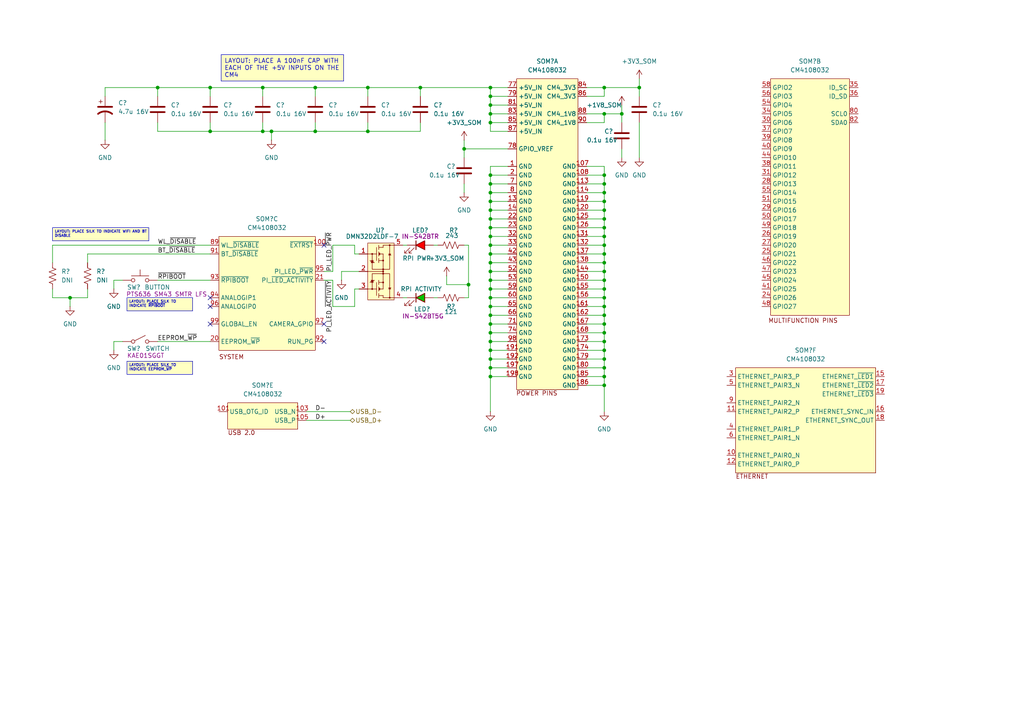
<source format=kicad_sch>
(kicad_sch
	(version 20231120)
	(generator "eeschema")
	(generator_version "8.0")
	(uuid "b37f10bd-7540-492a-a634-267b03eafc86")
	(paper "A4")
	
	(junction
		(at 175.26 55.88)
		(diameter 0)
		(color 0 0 0 0)
		(uuid "028ea704-d133-46e6-9b4f-53167c91f0b5")
	)
	(junction
		(at 121.92 25.4)
		(diameter 0)
		(color 0 0 0 0)
		(uuid "0a5b076f-4341-4a2a-a621-854b72691ac6")
	)
	(junction
		(at 142.24 104.14)
		(diameter 0)
		(color 0 0 0 0)
		(uuid "0bc3c4e9-f21e-49e7-b192-73761a9718f2")
	)
	(junction
		(at 180.34 33.02)
		(diameter 0)
		(color 0 0 0 0)
		(uuid "0d848361-6833-41ee-a46a-1906906e8f4f")
	)
	(junction
		(at 142.24 88.9)
		(diameter 0)
		(color 0 0 0 0)
		(uuid "1716eef9-4578-4fdb-93b3-a09752c1d093")
	)
	(junction
		(at 175.26 78.74)
		(diameter 0)
		(color 0 0 0 0)
		(uuid "1759a97c-4be9-406c-ae2a-2811e65b4928")
	)
	(junction
		(at 142.24 78.74)
		(diameter 0)
		(color 0 0 0 0)
		(uuid "18f44a41-9bf7-44ac-9efe-124ed12b7d52")
	)
	(junction
		(at 175.26 83.82)
		(diameter 0)
		(color 0 0 0 0)
		(uuid "1b79f9cf-60f9-4746-b7e3-c8087514569e")
	)
	(junction
		(at 45.72 25.4)
		(diameter 0)
		(color 0 0 0 0)
		(uuid "1d039500-f3b6-4add-b019-1d2608473a36")
	)
	(junction
		(at 134.62 43.18)
		(diameter 0)
		(color 0 0 0 0)
		(uuid "1e2d9618-1e5d-4554-a8a4-21e60c99b914")
	)
	(junction
		(at 175.26 111.76)
		(diameter 0)
		(color 0 0 0 0)
		(uuid "1f60e73b-fd86-480a-ae41-d4e71f1c8677")
	)
	(junction
		(at 175.26 86.36)
		(diameter 0)
		(color 0 0 0 0)
		(uuid "1fbfc498-845c-4928-b863-63305fe512ad")
	)
	(junction
		(at 78.74 38.1)
		(diameter 0)
		(color 0 0 0 0)
		(uuid "24b32349-bd59-4388-8c03-0b1f066c8261")
	)
	(junction
		(at 175.26 68.58)
		(diameter 0)
		(color 0 0 0 0)
		(uuid "2559170c-9c5b-4b9f-aa18-6426f9ad44d6")
	)
	(junction
		(at 175.26 63.5)
		(diameter 0)
		(color 0 0 0 0)
		(uuid "29a7e51e-8b4d-499a-b30c-f74beeb86431")
	)
	(junction
		(at 175.26 50.8)
		(diameter 0)
		(color 0 0 0 0)
		(uuid "32648307-5c6f-4d8a-9589-3cb334ac0ead")
	)
	(junction
		(at 142.24 71.12)
		(diameter 0)
		(color 0 0 0 0)
		(uuid "41a167e3-f4fc-4f28-9ad3-3867f3c53fbb")
	)
	(junction
		(at 175.26 66.04)
		(diameter 0)
		(color 0 0 0 0)
		(uuid "4579467d-f458-490c-807a-98da7cabf191")
	)
	(junction
		(at 142.24 30.48)
		(diameter 0)
		(color 0 0 0 0)
		(uuid "463a1259-8d4b-48b8-b8b6-af66950a986e")
	)
	(junction
		(at 142.24 109.22)
		(diameter 0)
		(color 0 0 0 0)
		(uuid "5324de43-c558-4d41-802a-a5e0d14c457e")
	)
	(junction
		(at 142.24 25.4)
		(diameter 0)
		(color 0 0 0 0)
		(uuid "555561ce-4bc7-42c1-8dd3-8aacad56b22a")
	)
	(junction
		(at 135.89 82.55)
		(diameter 0)
		(color 0 0 0 0)
		(uuid "567dbe84-ff09-45db-9f49-fbeca68ff618")
	)
	(junction
		(at 142.24 101.6)
		(diameter 0)
		(color 0 0 0 0)
		(uuid "5b6bedeb-d992-4ef4-84f3-f5ecb20ac66d")
	)
	(junction
		(at 175.26 93.98)
		(diameter 0)
		(color 0 0 0 0)
		(uuid "5db1a6db-70ea-49a8-8d47-91c1cb4e0577")
	)
	(junction
		(at 175.26 25.4)
		(diameter 0)
		(color 0 0 0 0)
		(uuid "5dbb84ab-398b-4a33-8047-592b71442673")
	)
	(junction
		(at 142.24 93.98)
		(diameter 0)
		(color 0 0 0 0)
		(uuid "6110f6d6-b344-4165-ac9d-8763763e3ce9")
	)
	(junction
		(at 142.24 27.94)
		(diameter 0)
		(color 0 0 0 0)
		(uuid "62396c8f-0b5d-483e-a602-b3ad10a45d15")
	)
	(junction
		(at 76.2 38.1)
		(diameter 0)
		(color 0 0 0 0)
		(uuid "689400cb-6e78-488a-bdae-acd1426eeca5")
	)
	(junction
		(at 142.24 58.42)
		(diameter 0)
		(color 0 0 0 0)
		(uuid "7249fecf-c29d-4d18-b7d1-f92a41b27f98")
	)
	(junction
		(at 142.24 91.44)
		(diameter 0)
		(color 0 0 0 0)
		(uuid "733e7892-eb33-4a03-8007-149f4aa41c07")
	)
	(junction
		(at 60.96 25.4)
		(diameter 0)
		(color 0 0 0 0)
		(uuid "75bc7d13-29f1-455b-b3fe-9fca32dfa92d")
	)
	(junction
		(at 175.26 99.06)
		(diameter 0)
		(color 0 0 0 0)
		(uuid "78e3d2a5-89d5-4cd0-b128-77601c7143d2")
	)
	(junction
		(at 142.24 86.36)
		(diameter 0)
		(color 0 0 0 0)
		(uuid "7a990a9f-a80e-468f-a05e-d4114a60e4fa")
	)
	(junction
		(at 175.26 81.28)
		(diameter 0)
		(color 0 0 0 0)
		(uuid "7d52ee99-e657-4955-ac24-d20a76605848")
	)
	(junction
		(at 175.26 60.96)
		(diameter 0)
		(color 0 0 0 0)
		(uuid "83e571cc-415f-495b-89be-c5bd42f9205f")
	)
	(junction
		(at 185.42 25.4)
		(diameter 0)
		(color 0 0 0 0)
		(uuid "848b0081-3e29-4f51-a8fb-60bf05567f18")
	)
	(junction
		(at 142.24 96.52)
		(diameter 0)
		(color 0 0 0 0)
		(uuid "8c3b8e52-1732-4ecb-b43c-0656e7692765")
	)
	(junction
		(at 175.26 91.44)
		(diameter 0)
		(color 0 0 0 0)
		(uuid "8cf3d48e-b68c-43a9-9900-f1f2b63ad854")
	)
	(junction
		(at 175.26 53.34)
		(diameter 0)
		(color 0 0 0 0)
		(uuid "8d26dd7a-6fe9-4f07-80a6-803b4d251dcc")
	)
	(junction
		(at 142.24 53.34)
		(diameter 0)
		(color 0 0 0 0)
		(uuid "8e4a2c2e-447c-434d-8933-886c52f6759d")
	)
	(junction
		(at 142.24 35.56)
		(diameter 0)
		(color 0 0 0 0)
		(uuid "97b60fd9-421a-4b89-8e79-1d41d3e4240b")
	)
	(junction
		(at 142.24 68.58)
		(diameter 0)
		(color 0 0 0 0)
		(uuid "99c92a62-9cd6-45e7-be9f-f61d2de94317")
	)
	(junction
		(at 175.26 58.42)
		(diameter 0)
		(color 0 0 0 0)
		(uuid "9bcd6329-a20a-4ae1-a9c5-5d3618c151dd")
	)
	(junction
		(at 175.26 104.14)
		(diameter 0)
		(color 0 0 0 0)
		(uuid "9f2061dc-a00a-476b-88a3-4279710b4ff8")
	)
	(junction
		(at 20.32 86.36)
		(diameter 0)
		(color 0 0 0 0)
		(uuid "a012c5d9-60f7-4c3b-81ba-ddbcfa3d0da7")
	)
	(junction
		(at 175.26 73.66)
		(diameter 0)
		(color 0 0 0 0)
		(uuid "a0a23a9f-a26a-488e-bf83-bd4ab3869b9f")
	)
	(junction
		(at 76.2 25.4)
		(diameter 0)
		(color 0 0 0 0)
		(uuid "a26b2f27-52f7-4260-b48d-60d2899ba088")
	)
	(junction
		(at 142.24 50.8)
		(diameter 0)
		(color 0 0 0 0)
		(uuid "a4c21ffc-0ca5-42f3-91b2-04151f47c19c")
	)
	(junction
		(at 175.26 88.9)
		(diameter 0)
		(color 0 0 0 0)
		(uuid "aa2d6029-1be4-4b44-982a-45883b9064e9")
	)
	(junction
		(at 91.44 38.1)
		(diameter 0)
		(color 0 0 0 0)
		(uuid "b115f3e7-0b1b-49e1-827d-d4c98cd571e6")
	)
	(junction
		(at 106.68 38.1)
		(diameter 0)
		(color 0 0 0 0)
		(uuid "b2c143ad-8ee3-441b-9d25-ee9bd5b7460a")
	)
	(junction
		(at 142.24 76.2)
		(diameter 0)
		(color 0 0 0 0)
		(uuid "b7b3a488-518f-4a72-b9e4-2d6cdf01d5cd")
	)
	(junction
		(at 175.26 71.12)
		(diameter 0)
		(color 0 0 0 0)
		(uuid "c1a08828-abfd-4148-8dc3-b3eff48caad0")
	)
	(junction
		(at 175.26 106.68)
		(diameter 0)
		(color 0 0 0 0)
		(uuid "c28f4759-fa75-46b3-9185-b132d6354a98")
	)
	(junction
		(at 175.26 109.22)
		(diameter 0)
		(color 0 0 0 0)
		(uuid "c2b7dd25-4a09-4614-905f-5f1b4a43cb31")
	)
	(junction
		(at 60.96 38.1)
		(diameter 0)
		(color 0 0 0 0)
		(uuid "c6d9ceda-e1ec-4515-bca8-9b239b1d8c05")
	)
	(junction
		(at 142.24 81.28)
		(diameter 0)
		(color 0 0 0 0)
		(uuid "ca616fb1-caf6-46cf-b802-c4be90f41f0b")
	)
	(junction
		(at 142.24 73.66)
		(diameter 0)
		(color 0 0 0 0)
		(uuid "ccb30e5f-f753-49b9-8bf3-79c5e7458a30")
	)
	(junction
		(at 175.26 33.02)
		(diameter 0)
		(color 0 0 0 0)
		(uuid "ccd95f9b-d5e3-4b55-902e-eed4429eec37")
	)
	(junction
		(at 175.26 96.52)
		(diameter 0)
		(color 0 0 0 0)
		(uuid "d0512375-f2ba-4a2b-8847-7dc04bd76ef0")
	)
	(junction
		(at 142.24 83.82)
		(diameter 0)
		(color 0 0 0 0)
		(uuid "d2913fb2-8ecb-44f1-8e41-a603fe59f82d")
	)
	(junction
		(at 142.24 33.02)
		(diameter 0)
		(color 0 0 0 0)
		(uuid "d8695a00-660f-412a-afe7-818ce1b2f503")
	)
	(junction
		(at 175.26 101.6)
		(diameter 0)
		(color 0 0 0 0)
		(uuid "dab8aab5-4ed2-494c-8854-e84560fc1d92")
	)
	(junction
		(at 142.24 66.04)
		(diameter 0)
		(color 0 0 0 0)
		(uuid "e4f494bd-358d-4651-b6aa-a82aa5470511")
	)
	(junction
		(at 106.68 25.4)
		(diameter 0)
		(color 0 0 0 0)
		(uuid "ef7a9ec3-2105-49ef-9ccb-a77262725abf")
	)
	(junction
		(at 142.24 60.96)
		(diameter 0)
		(color 0 0 0 0)
		(uuid "f324ff22-87e0-4c25-8043-11e72e071e3c")
	)
	(junction
		(at 142.24 63.5)
		(diameter 0)
		(color 0 0 0 0)
		(uuid "f4521265-6a81-4808-9ca2-dc59d120c69f")
	)
	(junction
		(at 91.44 25.4)
		(diameter 0)
		(color 0 0 0 0)
		(uuid "f76203f4-0797-4f27-9cb5-f34dfe0a6038")
	)
	(junction
		(at 142.24 55.88)
		(diameter 0)
		(color 0 0 0 0)
		(uuid "fa9ad011-67ac-488e-9001-975033152851")
	)
	(junction
		(at 142.24 99.06)
		(diameter 0)
		(color 0 0 0 0)
		(uuid "faf737b3-a760-4e29-8233-d252526d4f00")
	)
	(junction
		(at 175.26 76.2)
		(diameter 0)
		(color 0 0 0 0)
		(uuid "fd0954b9-85c5-4abe-84d3-c4f23db730ac")
	)
	(junction
		(at 142.24 106.68)
		(diameter 0)
		(color 0 0 0 0)
		(uuid "fd33150b-0b5d-40bc-b96f-c02fece37506")
	)
	(no_connect
		(at 60.96 93.98)
		(uuid "0a25d171-4a96-4a3e-bce3-6e2646343abb")
	)
	(no_connect
		(at 93.98 93.98)
		(uuid "50c3d36e-0ca5-4cd6-bca2-738d42349913")
	)
	(no_connect
		(at 93.98 99.06)
		(uuid "517c2574-63f5-4a70-89a3-d3c51e9f2d3a")
	)
	(no_connect
		(at 93.98 71.12)
		(uuid "65a8f785-4eeb-4369-b45b-92965eabeaf3")
	)
	(no_connect
		(at 60.96 88.9)
		(uuid "9f85ae75-0f4b-4105-8c8c-ed66f81bfe4b")
	)
	(no_connect
		(at 60.96 86.36)
		(uuid "b6590eac-943d-4ac2-a697-fa54aabce963")
	)
	(wire
		(pts
			(xy 175.26 25.4) (xy 185.42 25.4)
		)
		(stroke
			(width 0)
			(type default)
		)
		(uuid "0172a651-7929-418d-a875-febf43495394")
	)
	(wire
		(pts
			(xy 175.26 104.14) (xy 175.26 106.68)
		)
		(stroke
			(width 0)
			(type default)
		)
		(uuid "02b8a387-9085-48ef-ba53-5ef17ffffce7")
	)
	(wire
		(pts
			(xy 135.89 82.55) (xy 135.89 86.36)
		)
		(stroke
			(width 0)
			(type default)
		)
		(uuid "073c747e-bf1f-49d8-8751-5d84da9f1f8f")
	)
	(wire
		(pts
			(xy 142.24 101.6) (xy 142.24 104.14)
		)
		(stroke
			(width 0)
			(type default)
		)
		(uuid "0873a29d-0bc6-40a6-b4b4-8aa5de72926c")
	)
	(wire
		(pts
			(xy 142.24 81.28) (xy 147.32 81.28)
		)
		(stroke
			(width 0)
			(type default)
		)
		(uuid "08eeb045-98e0-43fa-875e-c388bfbef003")
	)
	(wire
		(pts
			(xy 175.26 53.34) (xy 175.26 55.88)
		)
		(stroke
			(width 0)
			(type default)
		)
		(uuid "09557ff8-35df-4d46-96a8-a9f1437863b8")
	)
	(wire
		(pts
			(xy 142.24 58.42) (xy 147.32 58.42)
		)
		(stroke
			(width 0)
			(type default)
		)
		(uuid "096a364a-e645-4779-ac99-c2fbc2e867cd")
	)
	(wire
		(pts
			(xy 170.18 55.88) (xy 175.26 55.88)
		)
		(stroke
			(width 0)
			(type default)
		)
		(uuid "0a979a84-7736-4905-8013-176b203b0376")
	)
	(wire
		(pts
			(xy 142.24 91.44) (xy 142.24 93.98)
		)
		(stroke
			(width 0)
			(type default)
		)
		(uuid "0b81c6dc-b687-47cd-b938-0815f6569315")
	)
	(wire
		(pts
			(xy 106.68 25.4) (xy 121.92 25.4)
		)
		(stroke
			(width 0)
			(type default)
		)
		(uuid "0f3b4f3e-8b90-49f0-a6bb-fd806ab03087")
	)
	(wire
		(pts
			(xy 134.62 53.34) (xy 134.62 55.88)
		)
		(stroke
			(width 0)
			(type default)
		)
		(uuid "1069a454-467b-45f9-bf39-d13d50575de2")
	)
	(wire
		(pts
			(xy 175.26 93.98) (xy 175.26 96.52)
		)
		(stroke
			(width 0)
			(type default)
		)
		(uuid "10aedba1-c52c-4238-8368-23cb71827ca8")
	)
	(wire
		(pts
			(xy 88.9 121.92) (xy 101.6 121.92)
		)
		(stroke
			(width 0)
			(type default)
		)
		(uuid "1127f9a5-cb85-452b-859c-989a238b6f0e")
	)
	(wire
		(pts
			(xy 60.96 35.56) (xy 60.96 38.1)
		)
		(stroke
			(width 0)
			(type default)
		)
		(uuid "125ec75e-98bc-4887-a9ae-95ba92eb78c8")
	)
	(wire
		(pts
			(xy 76.2 25.4) (xy 91.44 25.4)
		)
		(stroke
			(width 0)
			(type default)
		)
		(uuid "126c5439-5785-4323-886a-730df0656272")
	)
	(wire
		(pts
			(xy 175.26 25.4) (xy 175.26 27.94)
		)
		(stroke
			(width 0)
			(type default)
		)
		(uuid "136396a4-f2af-4f2d-8c88-112bef388fac")
	)
	(wire
		(pts
			(xy 142.24 60.96) (xy 142.24 63.5)
		)
		(stroke
			(width 0)
			(type default)
		)
		(uuid "14861d19-6fc6-49e7-9cc9-7ba9a5b96372")
	)
	(wire
		(pts
			(xy 135.89 71.12) (xy 135.89 82.55)
		)
		(stroke
			(width 0)
			(type default)
		)
		(uuid "1b2df9ef-ade5-4703-84f5-1907774080c7")
	)
	(wire
		(pts
			(xy 20.32 86.36) (xy 25.4 86.36)
		)
		(stroke
			(width 0)
			(type default)
		)
		(uuid "1d1fc74e-9cbb-4230-b4e3-4754b881318e")
	)
	(wire
		(pts
			(xy 96.52 88.9) (xy 96.52 81.28)
		)
		(stroke
			(width 0)
			(type default)
		)
		(uuid "1d54cfcd-3493-47d2-a5f6-5c8ca179123f")
	)
	(wire
		(pts
			(xy 175.26 50.8) (xy 175.26 53.34)
		)
		(stroke
			(width 0)
			(type default)
		)
		(uuid "1eb78fa2-fde2-4792-bd02-fc84d10e053e")
	)
	(wire
		(pts
			(xy 142.24 35.56) (xy 142.24 38.1)
		)
		(stroke
			(width 0)
			(type default)
		)
		(uuid "1f974e25-e22d-4d8b-99f6-49a4151a97be")
	)
	(wire
		(pts
			(xy 175.26 73.66) (xy 175.26 76.2)
		)
		(stroke
			(width 0)
			(type default)
		)
		(uuid "207b5c72-033c-4812-9f64-a80841f29802")
	)
	(wire
		(pts
			(xy 175.26 88.9) (xy 175.26 91.44)
		)
		(stroke
			(width 0)
			(type default)
		)
		(uuid "20c230a5-bd32-453b-b323-dbc8ee7c6642")
	)
	(wire
		(pts
			(xy 30.48 27.94) (xy 30.48 25.4)
		)
		(stroke
			(width 0)
			(type default)
		)
		(uuid "233121a5-e517-4374-8829-0a6586a7585a")
	)
	(wire
		(pts
			(xy 88.9 119.38) (xy 101.6 119.38)
		)
		(stroke
			(width 0)
			(type default)
		)
		(uuid "2367f202-8ba4-447c-b0f8-2166b2d4ad17")
	)
	(wire
		(pts
			(xy 142.24 60.96) (xy 147.32 60.96)
		)
		(stroke
			(width 0)
			(type default)
		)
		(uuid "25de97c5-f25f-40e3-a4af-6cf392608824")
	)
	(wire
		(pts
			(xy 175.26 109.22) (xy 175.26 111.76)
		)
		(stroke
			(width 0)
			(type default)
		)
		(uuid "2713fbea-621d-4b12-973b-1929e0339666")
	)
	(wire
		(pts
			(xy 170.18 106.68) (xy 175.26 106.68)
		)
		(stroke
			(width 0)
			(type default)
		)
		(uuid "277f50eb-1d62-4687-95a3-a6ae72ac8ee3")
	)
	(wire
		(pts
			(xy 142.24 96.52) (xy 147.32 96.52)
		)
		(stroke
			(width 0)
			(type default)
		)
		(uuid "27e1d90c-6345-43c6-b9d0-f2817df4c921")
	)
	(wire
		(pts
			(xy 142.24 81.28) (xy 142.24 83.82)
		)
		(stroke
			(width 0)
			(type default)
		)
		(uuid "280f8f37-09aa-4671-b02e-d347265186d4")
	)
	(wire
		(pts
			(xy 142.24 55.88) (xy 142.24 58.42)
		)
		(stroke
			(width 0)
			(type default)
		)
		(uuid "2887b49d-8b44-4bcb-a999-90a390e551d1")
	)
	(wire
		(pts
			(xy 142.24 106.68) (xy 147.32 106.68)
		)
		(stroke
			(width 0)
			(type default)
		)
		(uuid "2927c4a7-e49e-4a2b-93f8-8b22a3bc8c6f")
	)
	(wire
		(pts
			(xy 60.96 38.1) (xy 76.2 38.1)
		)
		(stroke
			(width 0)
			(type default)
		)
		(uuid "2a9943a9-bcae-4dec-9da5-24d1385e3020")
	)
	(wire
		(pts
			(xy 142.24 88.9) (xy 147.32 88.9)
		)
		(stroke
			(width 0)
			(type default)
		)
		(uuid "2c438082-8ae9-4b05-9250-0bcb17fb7234")
	)
	(wire
		(pts
			(xy 175.26 33.02) (xy 175.26 35.56)
		)
		(stroke
			(width 0)
			(type default)
		)
		(uuid "2eb51bc3-24f9-4458-8e0d-1b0d36599654")
	)
	(wire
		(pts
			(xy 33.02 81.28) (xy 35.56 81.28)
		)
		(stroke
			(width 0)
			(type default)
		)
		(uuid "2f7ffd91-d100-4c28-8dc6-7f32b6272d5b")
	)
	(wire
		(pts
			(xy 142.24 66.04) (xy 142.24 68.58)
		)
		(stroke
			(width 0)
			(type default)
		)
		(uuid "301543c0-25ca-457f-bec3-90215911b88f")
	)
	(wire
		(pts
			(xy 25.4 83.82) (xy 25.4 86.36)
		)
		(stroke
			(width 0)
			(type default)
		)
		(uuid "3280a022-3637-42e7-8618-908f4127d853")
	)
	(wire
		(pts
			(xy 45.72 81.28) (xy 60.96 81.28)
		)
		(stroke
			(width 0)
			(type default)
		)
		(uuid "333b3829-8340-400e-a8fe-e10bf3fe75c6")
	)
	(wire
		(pts
			(xy 142.24 106.68) (xy 142.24 109.22)
		)
		(stroke
			(width 0)
			(type default)
		)
		(uuid "3493fc9a-f76f-4637-adea-39d478b455b8")
	)
	(wire
		(pts
			(xy 78.74 38.1) (xy 78.74 40.64)
		)
		(stroke
			(width 0)
			(type default)
		)
		(uuid "36c2b556-fd4e-4de6-b7bb-2562f351735e")
	)
	(wire
		(pts
			(xy 134.62 40.64) (xy 134.62 43.18)
		)
		(stroke
			(width 0)
			(type default)
		)
		(uuid "36f7d967-f56c-4ad7-a3b2-be8c5adc6cc9")
	)
	(wire
		(pts
			(xy 175.26 58.42) (xy 175.26 60.96)
		)
		(stroke
			(width 0)
			(type default)
		)
		(uuid "373ace7e-dfa1-4d72-ad8c-f33e4ae2f18e")
	)
	(wire
		(pts
			(xy 60.96 25.4) (xy 60.96 27.94)
		)
		(stroke
			(width 0)
			(type default)
		)
		(uuid "384f5c1c-eb08-4745-975c-4d9242b74781")
	)
	(wire
		(pts
			(xy 142.24 50.8) (xy 147.32 50.8)
		)
		(stroke
			(width 0)
			(type default)
		)
		(uuid "38d7b31c-fcd3-4b8f-8af7-0ef21593aeca")
	)
	(wire
		(pts
			(xy 91.44 25.4) (xy 106.68 25.4)
		)
		(stroke
			(width 0)
			(type default)
		)
		(uuid "39fab9e7-2e87-4c9e-bb3d-7e8bca714779")
	)
	(wire
		(pts
			(xy 142.24 93.98) (xy 147.32 93.98)
		)
		(stroke
			(width 0)
			(type default)
		)
		(uuid "3a3f9107-69a0-401d-af72-38f3b1d3aecb")
	)
	(wire
		(pts
			(xy 33.02 99.06) (xy 33.02 101.6)
		)
		(stroke
			(width 0)
			(type default)
		)
		(uuid "3b279a55-a97b-444f-a241-3aa452a8377a")
	)
	(wire
		(pts
			(xy 102.87 71.12) (xy 102.87 73.66)
		)
		(stroke
			(width 0)
			(type default)
		)
		(uuid "3cc61111-eec4-4eb9-8a3b-f4424715dfb6")
	)
	(wire
		(pts
			(xy 142.24 99.06) (xy 142.24 101.6)
		)
		(stroke
			(width 0)
			(type default)
		)
		(uuid "3eb8530d-1650-4948-9e40-299bfe71f9fe")
	)
	(wire
		(pts
			(xy 45.72 27.94) (xy 45.72 25.4)
		)
		(stroke
			(width 0)
			(type default)
		)
		(uuid "41a21936-27e8-41a9-b149-efba595df268")
	)
	(wire
		(pts
			(xy 25.4 73.66) (xy 60.96 73.66)
		)
		(stroke
			(width 0)
			(type default)
		)
		(uuid "41daeb09-1bfa-4b73-9451-dcfc14e37c28")
	)
	(wire
		(pts
			(xy 175.26 83.82) (xy 175.26 86.36)
		)
		(stroke
			(width 0)
			(type default)
		)
		(uuid "4228d977-63ee-460c-83fb-f754378c0608")
	)
	(wire
		(pts
			(xy 142.24 58.42) (xy 142.24 60.96)
		)
		(stroke
			(width 0)
			(type default)
		)
		(uuid "442eca7c-417b-4f9e-9ca8-32004b0b20cf")
	)
	(wire
		(pts
			(xy 142.24 83.82) (xy 147.32 83.82)
		)
		(stroke
			(width 0)
			(type default)
		)
		(uuid "45a4c80c-3d7b-4e34-aa80-5acae21e8d7f")
	)
	(wire
		(pts
			(xy 175.26 71.12) (xy 175.26 73.66)
		)
		(stroke
			(width 0)
			(type default)
		)
		(uuid "4645a8fb-7a01-4292-8d3a-7b84c1af999d")
	)
	(wire
		(pts
			(xy 142.24 30.48) (xy 147.32 30.48)
		)
		(stroke
			(width 0)
			(type default)
		)
		(uuid "476f8c0e-131c-4daa-a80c-c4cc823d8789")
	)
	(wire
		(pts
			(xy 175.26 68.58) (xy 175.26 71.12)
		)
		(stroke
			(width 0)
			(type default)
		)
		(uuid "486849ec-68a0-4b73-8224-b39f527b9215")
	)
	(wire
		(pts
			(xy 121.92 35.56) (xy 121.92 38.1)
		)
		(stroke
			(width 0)
			(type default)
		)
		(uuid "48d9c00a-4c03-47f2-a365-e8eaa8bf36f7")
	)
	(wire
		(pts
			(xy 175.26 63.5) (xy 175.26 66.04)
		)
		(stroke
			(width 0)
			(type default)
		)
		(uuid "49abcf6b-4ded-4cdc-a98e-89d61706abd8")
	)
	(wire
		(pts
			(xy 170.18 78.74) (xy 175.26 78.74)
		)
		(stroke
			(width 0)
			(type default)
		)
		(uuid "4eef9d44-2bcf-45d6-a25d-be68889037b5")
	)
	(wire
		(pts
			(xy 175.26 96.52) (xy 175.26 99.06)
		)
		(stroke
			(width 0)
			(type default)
		)
		(uuid "50eab833-2f31-4dbf-81b4-e5c7c7090570")
	)
	(wire
		(pts
			(xy 134.62 43.18) (xy 134.62 45.72)
		)
		(stroke
			(width 0)
			(type default)
		)
		(uuid "521b2e82-0292-4353-b1d7-427715e2fd70")
	)
	(wire
		(pts
			(xy 147.32 25.4) (xy 142.24 25.4)
		)
		(stroke
			(width 0)
			(type default)
		)
		(uuid "54bdad2d-416d-4166-a6a2-f6a624a3789e")
	)
	(wire
		(pts
			(xy 116.84 71.12) (xy 118.11 71.12)
		)
		(stroke
			(width 0)
			(type default)
		)
		(uuid "56f07ada-8ddd-4096-b86b-2bd27c6b2108")
	)
	(wire
		(pts
			(xy 142.24 27.94) (xy 142.24 30.48)
		)
		(stroke
			(width 0)
			(type default)
		)
		(uuid "580f2e70-cc69-4090-b221-3c4d00c2861c")
	)
	(wire
		(pts
			(xy 142.24 104.14) (xy 147.32 104.14)
		)
		(stroke
			(width 0)
			(type default)
		)
		(uuid "5861305d-5a01-4317-a045-39a165cc3c45")
	)
	(wire
		(pts
			(xy 91.44 25.4) (xy 91.44 27.94)
		)
		(stroke
			(width 0)
			(type default)
		)
		(uuid "5ab00816-630c-48e8-87e2-53301cebe421")
	)
	(wire
		(pts
			(xy 125.73 71.12) (xy 127 71.12)
		)
		(stroke
			(width 0)
			(type default)
		)
		(uuid "5b31ebc2-1603-46df-8e1a-91f896a0678a")
	)
	(wire
		(pts
			(xy 33.02 83.82) (xy 33.02 81.28)
		)
		(stroke
			(width 0)
			(type default)
		)
		(uuid "5d9e45b0-a427-4888-a528-429941d4c564")
	)
	(wire
		(pts
			(xy 142.24 38.1) (xy 147.32 38.1)
		)
		(stroke
			(width 0)
			(type default)
		)
		(uuid "6129cf39-ed55-419c-b85e-940a8b46422b")
	)
	(wire
		(pts
			(xy 76.2 25.4) (xy 76.2 27.94)
		)
		(stroke
			(width 0)
			(type default)
		)
		(uuid "628d9389-b311-4583-a978-082d4ac13735")
	)
	(wire
		(pts
			(xy 175.26 86.36) (xy 175.26 88.9)
		)
		(stroke
			(width 0)
			(type default)
		)
		(uuid "635ed7a0-ac49-4bfb-addc-5a389e222322")
	)
	(wire
		(pts
			(xy 170.18 63.5) (xy 175.26 63.5)
		)
		(stroke
			(width 0)
			(type default)
		)
		(uuid "636e71f9-353f-44bc-b436-eeb47952e46f")
	)
	(wire
		(pts
			(xy 180.34 33.02) (xy 180.34 35.56)
		)
		(stroke
			(width 0)
			(type default)
		)
		(uuid "636e88a2-fe56-432e-8c39-9069d92fcb23")
	)
	(wire
		(pts
			(xy 102.87 83.82) (xy 102.87 88.9)
		)
		(stroke
			(width 0)
			(type default)
		)
		(uuid "64008bbe-e092-4778-bd84-499e055efe6e")
	)
	(wire
		(pts
			(xy 106.68 35.56) (xy 106.68 38.1)
		)
		(stroke
			(width 0)
			(type default)
		)
		(uuid "64d83686-5f79-4697-b123-e93c8c22d55f")
	)
	(wire
		(pts
			(xy 170.18 33.02) (xy 175.26 33.02)
		)
		(stroke
			(width 0)
			(type default)
		)
		(uuid "66388b85-f5dd-4e09-9769-5bad3b3d2a25")
	)
	(wire
		(pts
			(xy 175.26 91.44) (xy 175.26 93.98)
		)
		(stroke
			(width 0)
			(type default)
		)
		(uuid "66a9ad3a-0b87-463b-9679-60b996d29026")
	)
	(wire
		(pts
			(xy 142.24 86.36) (xy 147.32 86.36)
		)
		(stroke
			(width 0)
			(type default)
		)
		(uuid "670d215a-7ea0-44af-b0d5-10ddb33d525a")
	)
	(wire
		(pts
			(xy 142.24 50.8) (xy 142.24 53.34)
		)
		(stroke
			(width 0)
			(type default)
		)
		(uuid "671870b4-7bf1-4db5-87c5-2b286c1829b8")
	)
	(wire
		(pts
			(xy 142.24 104.14) (xy 142.24 106.68)
		)
		(stroke
			(width 0)
			(type default)
		)
		(uuid "67c7ada2-e65e-4f64-9b5d-dddba3ce68b6")
	)
	(wire
		(pts
			(xy 170.18 101.6) (xy 175.26 101.6)
		)
		(stroke
			(width 0)
			(type default)
		)
		(uuid "69a758dc-d5fd-4993-b71c-0906bb089b92")
	)
	(wire
		(pts
			(xy 102.87 73.66) (xy 104.14 73.66)
		)
		(stroke
			(width 0)
			(type default)
		)
		(uuid "6e004252-12b4-4e54-a3d7-dad53ff3b004")
	)
	(wire
		(pts
			(xy 45.72 35.56) (xy 45.72 38.1)
		)
		(stroke
			(width 0)
			(type default)
		)
		(uuid "6f30183d-b891-47da-ac8a-78ca1c202ff4")
	)
	(wire
		(pts
			(xy 175.26 81.28) (xy 175.26 83.82)
		)
		(stroke
			(width 0)
			(type default)
		)
		(uuid "6fe6f8fe-571b-492c-8e96-9dd13f62bbd2")
	)
	(wire
		(pts
			(xy 180.34 30.48) (xy 180.34 33.02)
		)
		(stroke
			(width 0)
			(type default)
		)
		(uuid "70b4ed73-c118-48be-ad56-aed7faa66393")
	)
	(wire
		(pts
			(xy 15.24 76.2) (xy 15.24 71.12)
		)
		(stroke
			(width 0)
			(type default)
		)
		(uuid "70d2ffd9-6cc3-437a-8ba0-8316133cbfdb")
	)
	(wire
		(pts
			(xy 142.24 73.66) (xy 142.24 76.2)
		)
		(stroke
			(width 0)
			(type default)
		)
		(uuid "71f98cbe-572c-45c6-a01b-b166e71cfb22")
	)
	(wire
		(pts
			(xy 170.18 27.94) (xy 175.26 27.94)
		)
		(stroke
			(width 0)
			(type default)
		)
		(uuid "72b6307d-c9d9-4f8a-9b1d-be646a4b6999")
	)
	(wire
		(pts
			(xy 116.84 86.36) (xy 118.11 86.36)
		)
		(stroke
			(width 0)
			(type default)
		)
		(uuid "767a6793-7978-48c6-944d-fc246847d52f")
	)
	(wire
		(pts
			(xy 15.24 71.12) (xy 60.96 71.12)
		)
		(stroke
			(width 0)
			(type default)
		)
		(uuid "787e10fb-99cb-4bde-921e-575e2d022e22")
	)
	(wire
		(pts
			(xy 170.18 71.12) (xy 175.26 71.12)
		)
		(stroke
			(width 0)
			(type default)
		)
		(uuid "7a01cccb-8e01-4766-abf0-bb4a846f60d4")
	)
	(wire
		(pts
			(xy 142.24 66.04) (xy 147.32 66.04)
		)
		(stroke
			(width 0)
			(type default)
		)
		(uuid "7b0b3190-a59c-4bc9-8c21-b29fe45c5208")
	)
	(wire
		(pts
			(xy 170.18 93.98) (xy 175.26 93.98)
		)
		(stroke
			(width 0)
			(type default)
		)
		(uuid "7d254a75-7ff8-42dd-be8d-79cf5f2571b3")
	)
	(wire
		(pts
			(xy 76.2 35.56) (xy 76.2 38.1)
		)
		(stroke
			(width 0)
			(type default)
		)
		(uuid "7d85c8fb-1f7e-482f-ba2d-e347e9bbb746")
	)
	(wire
		(pts
			(xy 76.2 38.1) (xy 78.74 38.1)
		)
		(stroke
			(width 0)
			(type default)
		)
		(uuid "7dbf18d6-dd30-48c4-ae4b-a6dffce60849")
	)
	(wire
		(pts
			(xy 106.68 38.1) (xy 121.92 38.1)
		)
		(stroke
			(width 0)
			(type default)
		)
		(uuid "7e1a2ab5-b7b2-4f7f-911c-be10a0b1d849")
	)
	(wire
		(pts
			(xy 170.18 86.36) (xy 175.26 86.36)
		)
		(stroke
			(width 0)
			(type default)
		)
		(uuid "7eead7d4-bfe0-4699-96b2-82d63a9d4452")
	)
	(wire
		(pts
			(xy 170.18 50.8) (xy 175.26 50.8)
		)
		(stroke
			(width 0)
			(type default)
		)
		(uuid "7f0d7b17-4f7b-4976-bd32-174bf9ce2837")
	)
	(wire
		(pts
			(xy 175.26 48.26) (xy 175.26 50.8)
		)
		(stroke
			(width 0)
			(type default)
		)
		(uuid "7f359b23-be9d-4044-8f67-20344e99199f")
	)
	(wire
		(pts
			(xy 175.26 78.74) (xy 175.26 81.28)
		)
		(stroke
			(width 0)
			(type default)
		)
		(uuid "7f6c9ff3-4d1a-45d9-9412-26428d0333ec")
	)
	(wire
		(pts
			(xy 142.24 71.12) (xy 142.24 73.66)
		)
		(stroke
			(width 0)
			(type default)
		)
		(uuid "816369eb-b7ee-4d06-aba3-dabae7c7d62c")
	)
	(wire
		(pts
			(xy 170.18 91.44) (xy 175.26 91.44)
		)
		(stroke
			(width 0)
			(type default)
		)
		(uuid "8280ab6f-8d46-45ee-97ed-fe57f1bb4250")
	)
	(wire
		(pts
			(xy 106.68 25.4) (xy 106.68 27.94)
		)
		(stroke
			(width 0)
			(type default)
		)
		(uuid "83b55d36-0251-4444-95f6-9943f9c60e27")
	)
	(wire
		(pts
			(xy 142.24 53.34) (xy 147.32 53.34)
		)
		(stroke
			(width 0)
			(type default)
		)
		(uuid "8436fa16-d30a-48b6-9e47-5e381c44b1db")
	)
	(wire
		(pts
			(xy 102.87 88.9) (xy 96.52 88.9)
		)
		(stroke
			(width 0)
			(type default)
		)
		(uuid "8655cb17-0b9c-4342-9b4a-aaede04736f4")
	)
	(wire
		(pts
			(xy 170.18 25.4) (xy 175.26 25.4)
		)
		(stroke
			(width 0)
			(type default)
		)
		(uuid "8ae422e4-7b7c-47a5-aa91-714990b411a5")
	)
	(wire
		(pts
			(xy 175.26 106.68) (xy 175.26 109.22)
		)
		(stroke
			(width 0)
			(type default)
		)
		(uuid "8c2803b9-bb3f-46ba-b1b3-9f02a9275884")
	)
	(wire
		(pts
			(xy 142.24 78.74) (xy 147.32 78.74)
		)
		(stroke
			(width 0)
			(type default)
		)
		(uuid "8c75c38d-71ec-474e-8973-2ea157a5be1a")
	)
	(wire
		(pts
			(xy 170.18 96.52) (xy 175.26 96.52)
		)
		(stroke
			(width 0)
			(type default)
		)
		(uuid "8cdf350a-8307-4959-9bf0-6453f592c094")
	)
	(wire
		(pts
			(xy 170.18 66.04) (xy 175.26 66.04)
		)
		(stroke
			(width 0)
			(type default)
		)
		(uuid "8fd2e2f9-811c-4535-bfd4-a68a17bc0536")
	)
	(wire
		(pts
			(xy 142.24 96.52) (xy 142.24 99.06)
		)
		(stroke
			(width 0)
			(type default)
		)
		(uuid "92ed0802-b678-452f-991e-f2ac3df686ad")
	)
	(wire
		(pts
			(xy 142.24 33.02) (xy 147.32 33.02)
		)
		(stroke
			(width 0)
			(type default)
		)
		(uuid "936aee9c-980f-4f50-94bf-0fbddd736f5a")
	)
	(wire
		(pts
			(xy 142.24 63.5) (xy 147.32 63.5)
		)
		(stroke
			(width 0)
			(type default)
		)
		(uuid "95a07408-2cb4-4f32-a2f3-7114256e2de5")
	)
	(wire
		(pts
			(xy 170.18 81.28) (xy 175.26 81.28)
		)
		(stroke
			(width 0)
			(type default)
		)
		(uuid "96b22307-680f-4add-8c9c-32454ea76aaa")
	)
	(wire
		(pts
			(xy 91.44 38.1) (xy 106.68 38.1)
		)
		(stroke
			(width 0)
			(type default)
		)
		(uuid "975db04a-4082-430c-9fcc-ecb2a9b74bae")
	)
	(wire
		(pts
			(xy 170.18 111.76) (xy 175.26 111.76)
		)
		(stroke
			(width 0)
			(type default)
		)
		(uuid "98bdc973-8d63-45db-befc-ac4ddf1f4d39")
	)
	(wire
		(pts
			(xy 102.87 71.12) (xy 96.52 71.12)
		)
		(stroke
			(width 0)
			(type default)
		)
		(uuid "994e4752-67b4-4c21-b965-e3d8c3d01b90")
	)
	(wire
		(pts
			(xy 142.24 71.12) (xy 147.32 71.12)
		)
		(stroke
			(width 0)
			(type default)
		)
		(uuid "9b13d8e6-8c5b-41c4-8295-bb54a5b050f4")
	)
	(wire
		(pts
			(xy 45.72 99.06) (xy 60.96 99.06)
		)
		(stroke
			(width 0)
			(type default)
		)
		(uuid "9bd2eabc-fd41-4d0c-98e9-9febc357eb2a")
	)
	(wire
		(pts
			(xy 142.24 33.02) (xy 142.24 35.56)
		)
		(stroke
			(width 0)
			(type default)
		)
		(uuid "9e70e501-a181-44f4-a1ce-bc83c2475e33")
	)
	(wire
		(pts
			(xy 142.24 91.44) (xy 147.32 91.44)
		)
		(stroke
			(width 0)
			(type default)
		)
		(uuid "a3539c25-0692-460a-be34-dfb1080106a8")
	)
	(wire
		(pts
			(xy 45.72 38.1) (xy 60.96 38.1)
		)
		(stroke
			(width 0)
			(type default)
		)
		(uuid "a38cee25-df4a-41a6-a3f4-e0adedec504f")
	)
	(wire
		(pts
			(xy 175.26 60.96) (xy 175.26 63.5)
		)
		(stroke
			(width 0)
			(type default)
		)
		(uuid "a4afffce-756b-49b2-8281-62c0e26cb016")
	)
	(wire
		(pts
			(xy 142.24 68.58) (xy 142.24 71.12)
		)
		(stroke
			(width 0)
			(type default)
		)
		(uuid "a5bc1428-a907-4929-9160-ee998f3a5d19")
	)
	(wire
		(pts
			(xy 96.52 71.12) (xy 96.52 78.74)
		)
		(stroke
			(width 0)
			(type default)
		)
		(uuid "a5e93438-7d0b-456e-93ec-7110af9eec51")
	)
	(wire
		(pts
			(xy 142.24 53.34) (xy 142.24 55.88)
		)
		(stroke
			(width 0)
			(type default)
		)
		(uuid "a5edbde5-8f5b-4620-a6f3-22aa226ba878")
	)
	(wire
		(pts
			(xy 175.26 99.06) (xy 175.26 101.6)
		)
		(stroke
			(width 0)
			(type default)
		)
		(uuid "a8429375-0190-4b89-a4bf-7a80d268818a")
	)
	(wire
		(pts
			(xy 142.24 101.6) (xy 147.32 101.6)
		)
		(stroke
			(width 0)
			(type default)
		)
		(uuid "aa379703-3579-4bf1-87ad-08acb1b26469")
	)
	(wire
		(pts
			(xy 93.98 81.28) (xy 96.52 81.28)
		)
		(stroke
			(width 0)
			(type default)
		)
		(uuid "aa8f632e-5734-488b-a922-9d032f5a77f9")
	)
	(wire
		(pts
			(xy 99.06 78.74) (xy 99.06 81.28)
		)
		(stroke
			(width 0)
			(type default)
		)
		(uuid "ac7a86c8-8139-4bc3-86b7-37c0eb6361db")
	)
	(wire
		(pts
			(xy 175.26 66.04) (xy 175.26 68.58)
		)
		(stroke
			(width 0)
			(type default)
		)
		(uuid "acbed05a-1327-45a3-a367-a5ac6f4fd26e")
	)
	(wire
		(pts
			(xy 142.24 78.74) (xy 142.24 81.28)
		)
		(stroke
			(width 0)
			(type default)
		)
		(uuid "aede39cb-2124-49b6-8cc4-9e11db848702")
	)
	(wire
		(pts
			(xy 147.32 48.26) (xy 142.24 48.26)
		)
		(stroke
			(width 0)
			(type default)
		)
		(uuid "af22d97a-a8ad-4ce9-bdca-c8ac22a0ed38")
	)
	(wire
		(pts
			(xy 142.24 55.88) (xy 147.32 55.88)
		)
		(stroke
			(width 0)
			(type default)
		)
		(uuid "b03a01ef-ffd4-4b93-9d3f-b10482142439")
	)
	(wire
		(pts
			(xy 142.24 88.9) (xy 142.24 91.44)
		)
		(stroke
			(width 0)
			(type default)
		)
		(uuid "b1bb330f-1775-4380-a23f-8218de8f523e")
	)
	(wire
		(pts
			(xy 142.24 93.98) (xy 142.24 96.52)
		)
		(stroke
			(width 0)
			(type default)
		)
		(uuid "b35fd8c7-ca3f-49e0-9ea1-aa748ae02838")
	)
	(wire
		(pts
			(xy 170.18 48.26) (xy 175.26 48.26)
		)
		(stroke
			(width 0)
			(type default)
		)
		(uuid "b48b95a0-2b24-4dbe-9fec-507f56d37b32")
	)
	(wire
		(pts
			(xy 142.24 99.06) (xy 147.32 99.06)
		)
		(stroke
			(width 0)
			(type default)
		)
		(uuid "b5175b44-7d39-4a8a-b66c-a61c2d028c87")
	)
	(wire
		(pts
			(xy 142.24 30.48) (xy 142.24 33.02)
		)
		(stroke
			(width 0)
			(type default)
		)
		(uuid "b578e79e-7baf-4080-9675-7b49ff8bd317")
	)
	(wire
		(pts
			(xy 170.18 83.82) (xy 175.26 83.82)
		)
		(stroke
			(width 0)
			(type default)
		)
		(uuid "b5e51500-dd88-4628-8ed3-84e0586a2e18")
	)
	(wire
		(pts
			(xy 170.18 99.06) (xy 175.26 99.06)
		)
		(stroke
			(width 0)
			(type default)
		)
		(uuid "b63f5294-f4c5-46ed-bf81-f85e0f1e3130")
	)
	(wire
		(pts
			(xy 175.26 101.6) (xy 175.26 104.14)
		)
		(stroke
			(width 0)
			(type default)
		)
		(uuid "b84a7247-2166-4c8a-a075-6b58d596eb8d")
	)
	(wire
		(pts
			(xy 175.26 111.76) (xy 175.26 119.38)
		)
		(stroke
			(width 0)
			(type default)
		)
		(uuid "bd3742c5-8842-4dcb-ba42-e5126893503f")
	)
	(wire
		(pts
			(xy 142.24 86.36) (xy 142.24 88.9)
		)
		(stroke
			(width 0)
			(type default)
		)
		(uuid "be222a3c-7823-4a76-864a-a635ebc47a08")
	)
	(wire
		(pts
			(xy 180.34 43.18) (xy 180.34 45.72)
		)
		(stroke
			(width 0)
			(type default)
		)
		(uuid "be24b87b-5365-4fba-80c2-10f2d05ccf94")
	)
	(wire
		(pts
			(xy 170.18 68.58) (xy 175.26 68.58)
		)
		(stroke
			(width 0)
			(type default)
		)
		(uuid "c0fabd2a-17a6-425c-acde-300e725b9af7")
	)
	(wire
		(pts
			(xy 175.26 55.88) (xy 175.26 58.42)
		)
		(stroke
			(width 0)
			(type default)
		)
		(uuid "c241a367-05c4-4c85-99c2-fa6ac5ae1beb")
	)
	(wire
		(pts
			(xy 142.24 109.22) (xy 142.24 119.38)
		)
		(stroke
			(width 0)
			(type default)
		)
		(uuid "c25ef07d-e363-44de-b2e2-995d727ba5e1")
	)
	(wire
		(pts
			(xy 170.18 53.34) (xy 175.26 53.34)
		)
		(stroke
			(width 0)
			(type default)
		)
		(uuid "c503e909-10be-46b7-95c9-bc25351cd2a3")
	)
	(wire
		(pts
			(xy 45.72 25.4) (xy 60.96 25.4)
		)
		(stroke
			(width 0)
			(type default)
		)
		(uuid "c6300d85-15b6-4745-a32b-5b49f0a2274d")
	)
	(wire
		(pts
			(xy 170.18 73.66) (xy 175.26 73.66)
		)
		(stroke
			(width 0)
			(type default)
		)
		(uuid "c8abdac0-3a7c-4d30-a9a1-c1443a743e3d")
	)
	(wire
		(pts
			(xy 185.42 22.86) (xy 185.42 25.4)
		)
		(stroke
			(width 0)
			(type default)
		)
		(uuid "c8e56f64-b9d7-4967-ab5f-a2a50bfcf6b9")
	)
	(wire
		(pts
			(xy 25.4 76.2) (xy 25.4 73.66)
		)
		(stroke
			(width 0)
			(type default)
		)
		(uuid "c8f2cea7-0619-4a57-8c58-2810152f53ee")
	)
	(wire
		(pts
			(xy 30.48 35.56) (xy 30.48 40.64)
		)
		(stroke
			(width 0)
			(type default)
		)
		(uuid "ca0186b8-367b-4ca6-bc42-f697024a2ec8")
	)
	(wire
		(pts
			(xy 185.42 35.56) (xy 185.42 45.72)
		)
		(stroke
			(width 0)
			(type default)
		)
		(uuid "ca95b033-2ae6-438c-8395-885b213c2b18")
	)
	(wire
		(pts
			(xy 170.18 58.42) (xy 175.26 58.42)
		)
		(stroke
			(width 0)
			(type default)
		)
		(uuid "cb56115c-fe7c-4d46-9fa0-1a9a47e833f8")
	)
	(wire
		(pts
			(xy 134.62 71.12) (xy 135.89 71.12)
		)
		(stroke
			(width 0)
			(type default)
		)
		(uuid "cb836e7b-1a88-4e9c-8217-4cd37e4dc078")
	)
	(wire
		(pts
			(xy 142.24 63.5) (xy 142.24 66.04)
		)
		(stroke
			(width 0)
			(type default)
		)
		(uuid "cdaae082-6c8a-4217-a23e-46350351f9cc")
	)
	(wire
		(pts
			(xy 121.92 25.4) (xy 142.24 25.4)
		)
		(stroke
			(width 0)
			(type default)
		)
		(uuid "cdc1c28d-a706-4d4b-b626-fb44739a3a09")
	)
	(wire
		(pts
			(xy 170.18 60.96) (xy 175.26 60.96)
		)
		(stroke
			(width 0)
			(type default)
		)
		(uuid "ce45d3c0-7239-4f37-9034-a9cf33bfee30")
	)
	(wire
		(pts
			(xy 170.18 76.2) (xy 175.26 76.2)
		)
		(stroke
			(width 0)
			(type default)
		)
		(uuid "d026313d-c6b5-45a1-8ae2-599f0fbb1adb")
	)
	(wire
		(pts
			(xy 142.24 73.66) (xy 147.32 73.66)
		)
		(stroke
			(width 0)
			(type default)
		)
		(uuid "d07d98f9-81c6-40d6-b689-ee4fd1bc9883")
	)
	(wire
		(pts
			(xy 15.24 83.82) (xy 15.24 86.36)
		)
		(stroke
			(width 0)
			(type default)
		)
		(uuid "d2339753-9966-42fe-a874-034b9c79f4a9")
	)
	(wire
		(pts
			(xy 185.42 25.4) (xy 185.42 27.94)
		)
		(stroke
			(width 0)
			(type default)
		)
		(uuid "d2584997-7f98-48c1-a65f-c83363e8ac85")
	)
	(wire
		(pts
			(xy 134.62 86.36) (xy 135.89 86.36)
		)
		(stroke
			(width 0)
			(type default)
		)
		(uuid "d26640d8-41d6-49bf-bb72-cbd8a2ac6895")
	)
	(wire
		(pts
			(xy 104.14 78.74) (xy 99.06 78.74)
		)
		(stroke
			(width 0)
			(type default)
		)
		(uuid "d71d2144-250c-427e-bece-53171f2e81b9")
	)
	(wire
		(pts
			(xy 142.24 68.58) (xy 147.32 68.58)
		)
		(stroke
			(width 0)
			(type default)
		)
		(uuid "d7828290-5b3a-46a3-8d64-cb1d3afdba2e")
	)
	(wire
		(pts
			(xy 134.62 43.18) (xy 147.32 43.18)
		)
		(stroke
			(width 0)
			(type default)
		)
		(uuid "db9a5b12-b5bd-4424-8ca5-26b8c2391b65")
	)
	(wire
		(pts
			(xy 142.24 25.4) (xy 142.24 27.94)
		)
		(stroke
			(width 0)
			(type default)
		)
		(uuid "dc645164-4ee0-4ff3-9583-0e612353780f")
	)
	(wire
		(pts
			(xy 142.24 83.82) (xy 142.24 86.36)
		)
		(stroke
			(width 0)
			(type default)
		)
		(uuid "ddd74153-4af2-46ad-8d85-3944943dd0ac")
	)
	(wire
		(pts
			(xy 33.02 99.06) (xy 35.56 99.06)
		)
		(stroke
			(width 0)
			(type default)
		)
		(uuid "de1e4c13-685d-49c0-857c-453335ff6a34")
	)
	(wire
		(pts
			(xy 78.74 38.1) (xy 91.44 38.1)
		)
		(stroke
			(width 0)
			(type default)
		)
		(uuid "deb8a423-ddb7-4765-9caa-1c0e70fb7624")
	)
	(wire
		(pts
			(xy 142.24 48.26) (xy 142.24 50.8)
		)
		(stroke
			(width 0)
			(type default)
		)
		(uuid "e06aa320-ec46-42c0-acb0-3dcb2c158588")
	)
	(wire
		(pts
			(xy 175.26 33.02) (xy 180.34 33.02)
		)
		(stroke
			(width 0)
			(type default)
		)
		(uuid "e0bf250e-19c2-4d18-81fe-2fd2dbd3d4e4")
	)
	(wire
		(pts
			(xy 142.24 76.2) (xy 142.24 78.74)
		)
		(stroke
			(width 0)
			(type default)
		)
		(uuid "e1584c23-8d48-4848-9411-661f1605d78c")
	)
	(wire
		(pts
			(xy 15.24 86.36) (xy 20.32 86.36)
		)
		(stroke
			(width 0)
			(type default)
		)
		(uuid "e26ea169-eece-42c9-b8b5-54e871b11013")
	)
	(wire
		(pts
			(xy 129.54 82.55) (xy 135.89 82.55)
		)
		(stroke
			(width 0)
			(type default)
		)
		(uuid "e362f148-5e2e-47ec-9c4d-5099531a629d")
	)
	(wire
		(pts
			(xy 121.92 25.4) (xy 121.92 27.94)
		)
		(stroke
			(width 0)
			(type default)
		)
		(uuid "e39b0754-d543-4990-a274-183cc906bb70")
	)
	(wire
		(pts
			(xy 30.48 25.4) (xy 45.72 25.4)
		)
		(stroke
			(width 0)
			(type default)
		)
		(uuid "e7fb9ec1-b724-4d3d-8f56-39f779d274d1")
	)
	(wire
		(pts
			(xy 20.32 86.36) (xy 20.32 88.9)
		)
		(stroke
			(width 0)
			(type default)
		)
		(uuid "ed9b6bec-ec94-44ce-8e15-e3fad6f37a86")
	)
	(wire
		(pts
			(xy 142.24 109.22) (xy 147.32 109.22)
		)
		(stroke
			(width 0)
			(type default)
		)
		(uuid "ef912083-10ae-4c62-81c5-4d89b1fb915b")
	)
	(wire
		(pts
			(xy 93.98 78.74) (xy 96.52 78.74)
		)
		(stroke
			(width 0)
			(type default)
		)
		(uuid "efc89590-9a79-4304-9320-3c9b7c8492ca")
	)
	(wire
		(pts
			(xy 170.18 88.9) (xy 175.26 88.9)
		)
		(stroke
			(width 0)
			(type default)
		)
		(uuid "f4391ff8-1271-4b7e-96fd-ddb05e627c8b")
	)
	(wire
		(pts
			(xy 170.18 35.56) (xy 175.26 35.56)
		)
		(stroke
			(width 0)
			(type default)
		)
		(uuid "f59a05b9-a902-4c96-a048-4cf91258d415")
	)
	(wire
		(pts
			(xy 142.24 27.94) (xy 147.32 27.94)
		)
		(stroke
			(width 0)
			(type default)
		)
		(uuid "f5d401dc-9a4b-4a4d-8a4a-1f474ab30d38")
	)
	(wire
		(pts
			(xy 170.18 104.14) (xy 175.26 104.14)
		)
		(stroke
			(width 0)
			(type default)
		)
		(uuid "f67c6fd2-edd0-4eb4-a444-a8d3ce45f757")
	)
	(wire
		(pts
			(xy 104.14 83.82) (xy 102.87 83.82)
		)
		(stroke
			(width 0)
			(type default)
		)
		(uuid "f685bc49-1aec-45ea-9455-bdd0e4c45acb")
	)
	(wire
		(pts
			(xy 170.18 109.22) (xy 175.26 109.22)
		)
		(stroke
			(width 0)
			(type default)
		)
		(uuid "f6f15ac0-1afc-4785-8d96-0ee2d55af1d0")
	)
	(wire
		(pts
			(xy 175.26 76.2) (xy 175.26 78.74)
		)
		(stroke
			(width 0)
			(type default)
		)
		(uuid "f80e95ff-8d85-475a-bd25-c69fe70c43e7")
	)
	(wire
		(pts
			(xy 60.96 25.4) (xy 76.2 25.4)
		)
		(stroke
			(width 0)
			(type default)
		)
		(uuid "f90625f6-ff0a-4fc7-86e5-c7b0d0349b27")
	)
	(wire
		(pts
			(xy 142.24 76.2) (xy 147.32 76.2)
		)
		(stroke
			(width 0)
			(type default)
		)
		(uuid "fa121bc4-a24f-4697-ba02-db92960b1fda")
	)
	(wire
		(pts
			(xy 91.44 35.56) (xy 91.44 38.1)
		)
		(stroke
			(width 0)
			(type default)
		)
		(uuid "fa6343fc-8283-43c2-ae67-b0f949f57145")
	)
	(wire
		(pts
			(xy 125.73 86.36) (xy 127 86.36)
		)
		(stroke
			(width 0)
			(type default)
		)
		(uuid "fb2af7be-26a1-4266-8274-7359c49d8d4d")
	)
	(wire
		(pts
			(xy 142.24 35.56) (xy 147.32 35.56)
		)
		(stroke
			(width 0)
			(type default)
		)
		(uuid "fc78c1ed-ec5a-457f-99d7-9648258f5f9d")
	)
	(wire
		(pts
			(xy 129.54 80.01) (xy 129.54 82.55)
		)
		(stroke
			(width 0)
			(type default)
		)
		(uuid "fe05b96a-3934-421a-9cc0-73b1d7488973")
	)
	(text_box "LAYOUT: PLACE A 100nF CAP WITH EACH OF THE +5V INPUTS ON THE CM4\n"
		(exclude_from_sim no)
		(at 64.135 15.875 0)
		(size 35.56 7.62)
		(stroke
			(width 0)
			(type default)
		)
		(fill
			(type color)
			(color 255 255 194 1)
		)
		(effects
			(font
				(size 1.27 1.27)
			)
			(justify left top)
		)
		(uuid "59647e8b-01e6-41b0-ae82-ae1964a56a1b")
	)
	(text_box "LAYOUT: PLACE SILK TO INDICATE WIFI AND BT DISABLE\n"
		(exclude_from_sim no)
		(at 15.24 66.04 0)
		(size 27.94 3.81)
		(stroke
			(width 0)
			(type default)
		)
		(fill
			(type color)
			(color 255 255 194 1)
		)
		(effects
			(font
				(size 0.762 0.762)
			)
			(justify left top)
		)
		(uuid "c005c852-8e10-4d39-8def-d81867123add")
	)
	(text_box "LAYOUT: PLACE SILK TO INDICATE EEPROM_~{WP}\n"
		(exclude_from_sim no)
		(at 36.83 104.775 0)
		(size 19.05 3.81)
		(stroke
			(width 0)
			(type default)
		)
		(fill
			(type color)
			(color 255 255 194 1)
		)
		(effects
			(font
				(size 0.762 0.762)
			)
			(justify left top)
		)
		(uuid "c2493fbf-9602-4f1f-811d-8f98e7ecd978")
	)
	(text_box "LAYOUT: PLACE SILK TO INDICATE ~{RPIBOOT}\n"
		(exclude_from_sim no)
		(at 36.83 86.36 0)
		(size 19.05 3.81)
		(stroke
			(width 0)
			(type default)
		)
		(fill
			(type color)
			(color 255 255 194 1)
		)
		(effects
			(font
				(size 0.762 0.762)
			)
			(justify left top)
		)
		(uuid "c78a6c9b-b1cd-4285-9b6b-c4c5b33cab36")
	)
	(label "~{RPIBOOT}"
		(at 45.72 81.28 0)
		(fields_autoplaced yes)
		(effects
			(font
				(size 1.27 1.27)
			)
			(justify left bottom)
		)
		(uuid "19adc7e1-f2a7-4cb7-9e53-0089b2e0eae7")
	)
	(label "PI_LED_~{PWR}"
		(at 96.52 78.74 90)
		(fields_autoplaced yes)
		(effects
			(font
				(size 1.27 1.27)
			)
			(justify left bottom)
		)
		(uuid "25437318-2720-4318-a39c-b6e0b07e8b11")
	)
	(label "EEPROM_~{WP}"
		(at 45.72 99.06 0)
		(fields_autoplaced yes)
		(effects
			(font
				(size 1.27 1.27)
			)
			(justify left bottom)
		)
		(uuid "4577d524-d8a5-4383-882a-37f6acb936bd")
	)
	(label "BT_~{DISABLE}"
		(at 45.72 73.66 0)
		(fields_autoplaced yes)
		(effects
			(font
				(size 1.27 1.27)
			)
			(justify left bottom)
		)
		(uuid "5ce895d8-432a-4ef9-adf2-0e7c58c6d846")
	)
	(label "D+"
		(at 91.44 121.92 0)
		(fields_autoplaced yes)
		(effects
			(font
				(size 1.27 1.27)
			)
			(justify left bottom)
		)
		(uuid "7cf771d5-7e44-448d-b65b-8c114e7d5deb")
	)
	(label "WL_~{DISABLE}"
		(at 45.72 71.12 0)
		(fields_autoplaced yes)
		(effects
			(font
				(size 1.27 1.27)
			)
			(justify left bottom)
		)
		(uuid "92254c04-bc73-46fa-b069-0a51792acb45")
	)
	(label "PI_LED_~{ACTIVITY}"
		(at 96.52 81.28 270)
		(fields_autoplaced yes)
		(effects
			(font
				(size 1.27 1.27)
			)
			(justify right bottom)
		)
		(uuid "a6990472-97e8-4d25-a4e0-1a5f7791bbc2")
	)
	(label "D-"
		(at 91.44 119.38 0)
		(fields_autoplaced yes)
		(effects
			(font
				(size 1.27 1.27)
			)
			(justify left bottom)
		)
		(uuid "d39021d6-659f-441a-acbe-d883b6baf50d")
	)
	(hierarchical_label "USB_D+"
		(shape bidirectional)
		(at 101.6 121.92 0)
		(fields_autoplaced yes)
		(effects
			(font
				(size 1.27 1.27)
			)
			(justify left)
		)
		(uuid "a24f5f39-92b3-487a-b583-3433c783df8d")
	)
	(hierarchical_label "USB_D-"
		(shape bidirectional)
		(at 101.6 119.38 0)
		(fields_autoplaced yes)
		(effects
			(font
				(size 1.27 1.27)
			)
			(justify left)
		)
		(uuid "a5232723-7da1-46d5-9dff-68352bc26d6e")
	)
	(symbol
		(lib_id "DDCEE:C_2P_POL_4p7u_")
		(at 30.48 27.94 0)
		(unit 1)
		(exclude_from_sim no)
		(in_bom yes)
		(on_board yes)
		(dnp no)
		(fields_autoplaced yes)
		(uuid "070109d2-06ef-4af9-92e0-1231ed6501e4")
		(property "Reference" "C?"
			(at 34.29 29.845 0)
			(effects
				(font
					(size 1.27 1.27)
				)
				(justify left)
			)
		)
		(property "Value" "4.7u 16V"
			(at 34.29 32.385 0)
			(effects
				(font
					(size 1.27 1.27)
				)
				(justify left)
			)
		)
		(property "Footprint" "Capacitor_SMD:CP_Elec_5x4.4"
			(at 29.845 20.32 0)
			(effects
				(font
					(size 1.27 1.27)
				)
				(hide yes)
			)
		)
		(property "Datasheet" "https://search.kemet.com/download/datasheet/EDK475M016A9BAA"
			(at 29.845 20.32 0)
			(effects
				(font
					(size 1.27 1.27)
				)
				(hide yes)
			)
		)
		(property "Description" "CAP ALUM 4.7UF 20% 16V SMD"
			(at 30.48 17.145 0)
			(effects
				(font
					(size 1.27 1.27)
				)
				(hide yes)
			)
		)
		(property "Detailed Description" "4.7 µF 16 V Aluminum Electrolytic Capacitors Radial, Can - SMD 2000 Hrs @ 85°C"
			(at 29.845 20.32 0)
			(effects
				(font
					(size 1.27 1.27)
				)
				(hide yes)
			)
		)
		(property "Manufacturer" "KEMET"
			(at 29.845 12.7 0)
			(effects
				(font
					(size 1.27 1.27)
				)
				(hide yes)
			)
		)
		(property "Manufacturer PN" "EDK475M016A9BAA"
			(at 30.48 22.225 0)
			(effects
				(font
					(size 1.27 1.27)
				)
				(hide yes)
			)
		)
		(property "Supplier 1" "Digikey"
			(at 31.115 9.525 0)
			(effects
				(font
					(size 1.27 1.27)
				)
				(hide yes)
			)
		)
		(property "Supplier 1 PN" "399-EDK475M016A9BAADKR-ND"
			(at 30.48 14.605 0)
			(effects
				(font
					(size 1.27 1.27)
				)
				(hide yes)
			)
		)
		(property "Supplier 1 Link" "https://www.digikey.com/en/products/detail/kemet/EDK475M016A9BAA/6598035"
			(at 29.845 20.32 0)
			(effects
				(font
					(size 1.27 1.27)
				)
				(hide yes)
			)
		)
		(property "Supplier 2" ""
			(at 30.48 27.94 0)
			(effects
				(font
					(size 1.27 1.27)
				)
				(hide yes)
			)
		)
		(property "Supplier 2 PN" ""
			(at 30.48 27.94 0)
			(effects
				(font
					(size 1.27 1.27)
				)
				(hide yes)
			)
		)
		(property "Supplier 2 Link" ""
			(at 30.48 27.94 0)
			(effects
				(font
					(size 1.27 1.27)
				)
				(hide yes)
			)
		)
		(property "Supplier 3" ""
			(at 30.48 27.94 0)
			(effects
				(font
					(size 1.27 1.27)
				)
				(hide yes)
			)
		)
		(property "Supplier 3 PN" ""
			(at 30.48 27.94 0)
			(effects
				(font
					(size 1.27 1.27)
				)
				(hide yes)
			)
		)
		(property "Supplier 3 Link" ""
			(at 30.48 27.94 0)
			(effects
				(font
					(size 1.27 1.27)
				)
				(hide yes)
			)
		)
		(property "Assembly Instructions" ""
			(at 30.48 27.94 0)
			(effects
				(font
					(size 1.27 1.27)
				)
				(hide yes)
			)
		)
		(property "Alternate Manufacturer 1" ""
			(at 30.48 27.94 0)
			(effects
				(font
					(size 1.27 1.27)
				)
				(hide yes)
			)
		)
		(property "Alternate Manufacturer 1 PN" ""
			(at 30.48 27.94 0)
			(effects
				(font
					(size 1.27 1.27)
				)
				(hide yes)
			)
		)
		(property "Alternate Manufacturer 2" ""
			(at 30.48 27.94 0)
			(effects
				(font
					(size 1.27 1.27)
				)
				(hide yes)
			)
		)
		(property "Alternate Manufacturer 2 PN" ""
			(at 30.48 27.94 0)
			(effects
				(font
					(size 1.27 1.27)
				)
				(hide yes)
			)
		)
		(pin "1"
			(uuid "c5066ee0-a653-422e-b705-69398b638e78")
		)
		(pin "2"
			(uuid "1ae8ca81-2afb-4cc4-a0f3-6a33e079bd6f")
		)
		(instances
			(project ""
				(path "/0a39b631-5a77-4664-a8f2-0dd8d62fbc5e/cec39ed2-99af-4908-8ea2-fcb82f236403/9ee585c0-a43b-431a-a833-aad32b12d565"
					(reference "C?")
					(unit 1)
				)
			)
		)
	)
	(symbol
		(lib_id "power:+3V3")
		(at 134.62 40.64 0)
		(unit 1)
		(exclude_from_sim no)
		(in_bom yes)
		(on_board yes)
		(dnp no)
		(fields_autoplaced yes)
		(uuid "122dcff1-a267-4c3f-a434-ec3068ac40e5")
		(property "Reference" "#PWR01"
			(at 134.62 44.45 0)
			(effects
				(font
					(size 1.27 1.27)
				)
				(hide yes)
			)
		)
		(property "Value" "+3V3_SOM"
			(at 134.62 35.56 0)
			(effects
				(font
					(size 1.27 1.27)
				)
			)
		)
		(property "Footprint" ""
			(at 134.62 40.64 0)
			(effects
				(font
					(size 1.27 1.27)
				)
				(hide yes)
			)
		)
		(property "Datasheet" ""
			(at 134.62 40.64 0)
			(effects
				(font
					(size 1.27 1.27)
				)
				(hide yes)
			)
		)
		(property "Description" "Power symbol creates a global label with name \"+3V3\""
			(at 134.62 40.64 0)
			(effects
				(font
					(size 1.27 1.27)
				)
				(hide yes)
			)
		)
		(pin "1"
			(uuid "dfdb2768-e159-4a23-83c1-f27e1d7902e6")
		)
		(instances
			(project "E1001_KG-VRS_Carrier_PCBA"
				(path "/0a39b631-5a77-4664-a8f2-0dd8d62fbc5e/cec39ed2-99af-4908-8ea2-fcb82f236403/9ee585c0-a43b-431a-a833-aad32b12d565"
					(reference "#PWR01")
					(unit 1)
				)
			)
		)
	)
	(symbol
		(lib_id "power:GND")
		(at 33.02 101.6 0)
		(unit 1)
		(exclude_from_sim no)
		(in_bom yes)
		(on_board yes)
		(dnp no)
		(fields_autoplaced yes)
		(uuid "12b48bde-124d-4798-abb5-2feb83eae3ab")
		(property "Reference" "#PWR04"
			(at 33.02 107.95 0)
			(effects
				(font
					(size 1.27 1.27)
				)
				(hide yes)
			)
		)
		(property "Value" "GND"
			(at 33.02 106.68 0)
			(effects
				(font
					(size 1.27 1.27)
				)
			)
		)
		(property "Footprint" ""
			(at 33.02 101.6 0)
			(effects
				(font
					(size 1.27 1.27)
				)
				(hide yes)
			)
		)
		(property "Datasheet" ""
			(at 33.02 101.6 0)
			(effects
				(font
					(size 1.27 1.27)
				)
				(hide yes)
			)
		)
		(property "Description" "Power symbol creates a global label with name \"GND\" , ground"
			(at 33.02 101.6 0)
			(effects
				(font
					(size 1.27 1.27)
				)
				(hide yes)
			)
		)
		(pin "1"
			(uuid "e266d91a-9829-46c4-a400-54e3a8b824b7")
		)
		(instances
			(project "E1001_KG-VRS_Carrier_PCBA"
				(path "/0a39b631-5a77-4664-a8f2-0dd8d62fbc5e/cec39ed2-99af-4908-8ea2-fcb82f236403/9ee585c0-a43b-431a-a833-aad32b12d565"
					(reference "#PWR04")
					(unit 1)
				)
			)
		)
	)
	(symbol
		(lib_id "DDCEE:R_121Ω±1%_0402")
		(at 127 86.36 90)
		(unit 1)
		(exclude_from_sim no)
		(in_bom yes)
		(on_board yes)
		(dnp no)
		(uuid "15dd357c-e9e8-4a1c-8950-f09c8bbbe8cb")
		(property "Reference" "R?"
			(at 130.81 88.9 90)
			(effects
				(font
					(size 1.27 1.27)
				)
			)
		)
		(property "Value" "121"
			(at 130.81 90.424 90)
			(effects
				(font
					(size 1.27 1.27)
				)
			)
		)
		(property "Footprint" "Resistor_SMD:R_0402_1005Metric_Pad0.72x0.64mm_HandSolder"
			(at 113.665 80.645 0)
			(effects
				(font
					(size 1.27 1.27)
				)
				(hide yes)
			)
		)
		(property "Datasheet" ""
			(at 115.57 84.455 0)
			(effects
				(font
					(size 1.27 1.27)
				)
				(hide yes)
			)
		)
		(property "Description" ""
			(at 127 86.36 0)
			(effects
				(font
					(size 1.27 1.27)
				)
				(hide yes)
			)
		)
		(property "Detailed Description" ""
			(at 127 86.36 0)
			(effects
				(font
					(size 1.27 1.27)
				)
				(hide yes)
			)
		)
		(property "Manufacturer" ""
			(at 127 86.36 0)
			(effects
				(font
					(size 1.27 1.27)
				)
				(hide yes)
			)
		)
		(property "Manufacturer PN" ""
			(at 127 86.36 0)
			(effects
				(font
					(size 1.27 1.27)
				)
				(hide yes)
			)
		)
		(property "Supplier 1" ""
			(at 127 86.36 0)
			(effects
				(font
					(size 1.27 1.27)
				)
				(hide yes)
			)
		)
		(property "Supplier 1 PN" ""
			(at 127 86.36 0)
			(effects
				(font
					(size 1.27 1.27)
				)
				(hide yes)
			)
		)
		(property "Supplier 1 Link" ""
			(at 127 86.36 0)
			(effects
				(font
					(size 1.27 1.27)
				)
				(hide yes)
			)
		)
		(property "Supplier 2" ""
			(at 127 86.36 0)
			(effects
				(font
					(size 1.27 1.27)
				)
				(hide yes)
			)
		)
		(property "Supplier 2 PN" ""
			(at 127 86.36 0)
			(effects
				(font
					(size 1.27 1.27)
				)
				(hide yes)
			)
		)
		(property "Supplier 2 Link" ""
			(at 127 86.36 0)
			(effects
				(font
					(size 1.27 1.27)
				)
				(hide yes)
			)
		)
		(property "Supplier 3" ""
			(at 127 86.36 0)
			(effects
				(font
					(size 1.27 1.27)
				)
				(hide yes)
			)
		)
		(property "Supplier 3 PN" ""
			(at 127 86.36 0)
			(effects
				(font
					(size 1.27 1.27)
				)
				(hide yes)
			)
		)
		(property "Supplier 3 Link" ""
			(at 127 86.36 0)
			(effects
				(font
					(size 1.27 1.27)
				)
				(hide yes)
			)
		)
		(property "Assembly Instructions" ""
			(at 127 86.36 0)
			(effects
				(font
					(size 1.27 1.27)
				)
				(hide yes)
			)
		)
		(property "Alternate Manufacturer 1" ""
			(at 127 86.36 0)
			(effects
				(font
					(size 1.27 1.27)
				)
				(hide yes)
			)
		)
		(property "Alternate Manufacturer 1 PN" ""
			(at 127 86.36 0)
			(effects
				(font
					(size 1.27 1.27)
				)
				(hide yes)
			)
		)
		(property "Alternate Manufacturer 2" ""
			(at 127 86.36 0)
			(effects
				(font
					(size 1.27 1.27)
				)
				(hide yes)
			)
		)
		(property "Alternate Manufacturer 2 PN" ""
			(at 127 86.36 0)
			(effects
				(font
					(size 1.27 1.27)
				)
				(hide yes)
			)
		)
		(pin "2"
			(uuid "b15bb06a-bc74-4fbf-90d4-e16fb9bf0b51")
		)
		(pin "1"
			(uuid "501f69c9-941f-48dc-9adc-9def39d80617")
		)
		(instances
			(project ""
				(path "/0a39b631-5a77-4664-a8f2-0dd8d62fbc5e/cec39ed2-99af-4908-8ea2-fcb82f236403/9ee585c0-a43b-431a-a833-aad32b12d565"
					(reference "R?")
					(unit 1)
				)
			)
		)
	)
	(symbol
		(lib_id "DDCEE:LED_2P_0402_RED_IN-S42BTR")
		(at 118.11 71.12 90)
		(unit 1)
		(exclude_from_sim no)
		(in_bom yes)
		(on_board yes)
		(dnp no)
		(uuid "1c627395-b03d-46db-9bda-0fd6fc5b251e")
		(property "Reference" "LED?"
			(at 121.92 66.802 90)
			(effects
				(font
					(size 1.27 1.27)
				)
			)
		)
		(property "Value" "RPI PWR"
			(at 120.904 74.93 90)
			(effects
				(font
					(size 1.27 1.27)
				)
			)
		)
		(property "Footprint" "LED_SMD:LED_0402_1005Metric"
			(at 108.585 70.993 0)
			(effects
				(font
					(size 1.27 1.27)
				)
				(hide yes)
			)
		)
		(property "Datasheet" "https://www.inolux-corp.com/datasheet/SMDLED/Mono%20Color%20Top%20View/IN-S42BT%20Series_V1.0.pdf"
			(at 108.585 70.993 0)
			(effects
				(font
					(size 1.27 1.27)
				)
				(hide yes)
			)
		)
		(property "Description" "LED RED CLEAR 0402 SMD"
			(at 118.11 71.12 90)
			(effects
				(font
					(size 1.27 1.27)
				)
				(hide yes)
			)
		)
		(property "Detailed Description" "Red 622nm LED Indication - Discrete 2.1V 0402 (1005 Metric)"
			(at 118.11 71.12 90)
			(effects
				(font
					(size 1.27 1.27)
				)
				(hide yes)
			)
		)
		(property "Manufacturer" "Inolux"
			(at 106.426 70.104 0)
			(effects
				(font
					(size 1.27 1.27)
				)
				(hide yes)
			)
		)
		(property "Manufacturer PN" "IN-S42BTR"
			(at 121.92 68.58 90)
			(effects
				(font
					(size 1.27 1.27)
				)
			)
		)
		(property "Supplier 1" "Digikey"
			(at 106.426 70.104 0)
			(effects
				(font
					(size 1.27 1.27)
				)
				(hide yes)
			)
		)
		(property "Supplier 1 PN" "1830-IN-S42BCT-ND"
			(at 106.426 70.104 0)
			(effects
				(font
					(size 1.27 1.27)
				)
				(hide yes)
			)
		)
		(property "Supplier 1 Link" "https://www.digikey.com/en/products/detail/inolux/IN-S42BTR/10384742"
			(at 108.585 70.993 0)
			(effects
				(font
					(size 1.27 1.27)
				)
				(hide yes)
			)
		)
		(property "Supplier 2" ""
			(at 118.11 71.12 90)
			(effects
				(font
					(size 1.27 1.27)
				)
				(hide yes)
			)
		)
		(property "Supplier 2 PN" ""
			(at 118.11 71.12 90)
			(effects
				(font
					(size 1.27 1.27)
				)
				(hide yes)
			)
		)
		(property "Supplier 2 Link" ""
			(at 118.11 71.12 90)
			(effects
				(font
					(size 1.27 1.27)
				)
				(hide yes)
			)
		)
		(property "Supplier 3" ""
			(at 118.11 71.12 90)
			(effects
				(font
					(size 1.27 1.27)
				)
				(hide yes)
			)
		)
		(property "Supplier 3 PN" ""
			(at 118.11 71.12 90)
			(effects
				(font
					(size 1.27 1.27)
				)
				(hide yes)
			)
		)
		(property "Supplier 3 Link" ""
			(at 118.11 71.12 90)
			(effects
				(font
					(size 1.27 1.27)
				)
				(hide yes)
			)
		)
		(property "Assembly Instructions" ""
			(at 118.11 71.12 90)
			(effects
				(font
					(size 1.27 1.27)
				)
				(hide yes)
			)
		)
		(property "Alternate Manufacturer 1" ""
			(at 118.11 71.12 90)
			(effects
				(font
					(size 1.27 1.27)
				)
				(hide yes)
			)
		)
		(property "Alternate Manufacturer 1 PN" ""
			(at 118.11 71.12 90)
			(effects
				(font
					(size 1.27 1.27)
				)
				(hide yes)
			)
		)
		(property "Alternate Manufacturer 2" ""
			(at 118.11 71.12 90)
			(effects
				(font
					(size 1.27 1.27)
				)
				(hide yes)
			)
		)
		(property "Alternate Manufacturer 2 PN" ""
			(at 118.11 71.12 90)
			(effects
				(font
					(size 1.27 1.27)
				)
				(hide yes)
			)
		)
		(property "Suppler 2 Link" ""
			(at 118.11 71.12 0)
			(effects
				(font
					(size 1.27 1.27)
				)
				(hide yes)
			)
		)
		(property "Alternate 1 Manufacturer" ""
			(at 118.11 71.12 0)
			(effects
				(font
					(size 1.27 1.27)
				)
				(hide yes)
			)
		)
		(property "Alternate 1 Manufacturer PN" ""
			(at 118.11 71.12 0)
			(effects
				(font
					(size 1.27 1.27)
				)
				(hide yes)
			)
		)
		(property "Alternate 2 Manufacturer" ""
			(at 118.11 71.12 0)
			(effects
				(font
					(size 1.27 1.27)
				)
				(hide yes)
			)
		)
		(property "Alternate 2 Manufacturer PN" ""
			(at 118.11 71.12 0)
			(effects
				(font
					(size 1.27 1.27)
				)
				(hide yes)
			)
		)
		(pin "2"
			(uuid "8d79ea4a-9ae1-4fc5-b8b4-47ece3d03de2")
		)
		(pin "1"
			(uuid "c5a079ce-e377-4da8-97d1-7444ec405ebc")
		)
		(instances
			(project ""
				(path "/0a39b631-5a77-4664-a8f2-0dd8d62fbc5e/cec39ed2-99af-4908-8ea2-fcb82f236403/9ee585c0-a43b-431a-a833-aad32b12d565"
					(reference "LED?")
					(unit 1)
				)
			)
		)
	)
	(symbol
		(lib_id "power:GND")
		(at 99.06 81.28 0)
		(unit 1)
		(exclude_from_sim no)
		(in_bom yes)
		(on_board yes)
		(dnp no)
		(fields_autoplaced yes)
		(uuid "1cd7d64a-8b59-4184-b7e4-05d473516f4f")
		(property "Reference" "#PWR06"
			(at 99.06 87.63 0)
			(effects
				(font
					(size 1.27 1.27)
				)
				(hide yes)
			)
		)
		(property "Value" "GND"
			(at 99.06 86.36 0)
			(effects
				(font
					(size 1.27 1.27)
				)
			)
		)
		(property "Footprint" ""
			(at 99.06 81.28 0)
			(effects
				(font
					(size 1.27 1.27)
				)
				(hide yes)
			)
		)
		(property "Datasheet" ""
			(at 99.06 81.28 0)
			(effects
				(font
					(size 1.27 1.27)
				)
				(hide yes)
			)
		)
		(property "Description" "Power symbol creates a global label with name \"GND\" , ground"
			(at 99.06 81.28 0)
			(effects
				(font
					(size 1.27 1.27)
				)
				(hide yes)
			)
		)
		(pin "1"
			(uuid "358378e8-431c-44f0-8d0c-5dbbbe75e00c")
		)
		(instances
			(project "E1001_KG-VRS_Carrier_PCBA"
				(path "/0a39b631-5a77-4664-a8f2-0dd8d62fbc5e/cec39ed2-99af-4908-8ea2-fcb82f236403/9ee585c0-a43b-431a-a833-aad32b12d565"
					(reference "#PWR06")
					(unit 1)
				)
			)
		)
	)
	(symbol
		(lib_id "DDCEE:C_2P_0.1u_16V_20p_X7R_0402")
		(at 185.42 27.94 0)
		(unit 1)
		(exclude_from_sim no)
		(in_bom yes)
		(on_board yes)
		(dnp no)
		(fields_autoplaced yes)
		(uuid "1cf1c6ed-0eaa-4a65-87f7-169abbbea484")
		(property "Reference" "C?"
			(at 189.23 30.48 0)
			(effects
				(font
					(size 1.27 1.27)
				)
				(justify left)
			)
		)
		(property "Value" "0.1u 16V"
			(at 189.23 33.02 0)
			(effects
				(font
					(size 1.27 1.27)
				)
				(justify left)
			)
		)
		(property "Footprint" "Capacitor_SMD:C_0402_1005Metric_Pad0.74x0.62mm_HandSolder"
			(at 184.785 20.32 0)
			(effects
				(font
					(size 1.27 1.27)
				)
				(hide yes)
			)
		)
		(property "Datasheet" "https://search.kemet.com/download/datasheet/C0402C104M4RACAUTO"
			(at 184.785 20.32 0)
			(effects
				(font
					(size 1.27 1.27)
				)
				(hide yes)
			)
		)
		(property "Description" "CAP CER 0.1UF 16V X7R 0402"
			(at 185.42 17.145 0)
			(effects
				(font
					(size 1.27 1.27)
				)
				(hide yes)
			)
		)
		(property "Detailed Description" "0.1 µF ±20% 16V Ceramic Capacitor X7R 0402 (1005 Metric)"
			(at 184.785 20.32 0)
			(effects
				(font
					(size 1.27 1.27)
				)
				(hide yes)
			)
		)
		(property "Manufacturer" "KEMET"
			(at 184.785 12.7 0)
			(effects
				(font
					(size 1.27 1.27)
				)
				(hide yes)
			)
		)
		(property "Manufacturer PN" "C0402C104M4RACAUTO"
			(at 185.42 22.225 0)
			(effects
				(font
					(size 1.27 1.27)
				)
				(hide yes)
			)
		)
		(property "Supplier 1" "Digikey"
			(at 186.055 9.525 0)
			(effects
				(font
					(size 1.27 1.27)
				)
				(hide yes)
			)
		)
		(property "Supplier 1 PN" "399-13707-6-ND"
			(at 185.42 14.605 0)
			(effects
				(font
					(size 1.27 1.27)
				)
				(hide yes)
			)
		)
		(property "Supplier 1 Link" "https://www.digikey.com/en/products/detail/kemet/C0402C104M4RACAUTO/6219617"
			(at 184.785 20.32 0)
			(effects
				(font
					(size 1.27 1.27)
				)
				(hide yes)
			)
		)
		(property "Supplier 2" ""
			(at 185.42 27.94 0)
			(effects
				(font
					(size 1.27 1.27)
				)
				(hide yes)
			)
		)
		(property "Supplier 2 PN" ""
			(at 185.42 27.94 0)
			(effects
				(font
					(size 1.27 1.27)
				)
				(hide yes)
			)
		)
		(property "Supplier 2 Link" ""
			(at 185.42 27.94 0)
			(effects
				(font
					(size 1.27 1.27)
				)
				(hide yes)
			)
		)
		(property "Supplier 3" ""
			(at 185.42 27.94 0)
			(effects
				(font
					(size 1.27 1.27)
				)
				(hide yes)
			)
		)
		(property "Supplier 3 PN" ""
			(at 185.42 27.94 0)
			(effects
				(font
					(size 1.27 1.27)
				)
				(hide yes)
			)
		)
		(property "Supplier 3 Link" ""
			(at 185.42 27.94 0)
			(effects
				(font
					(size 1.27 1.27)
				)
				(hide yes)
			)
		)
		(property "Assembly Instructions" ""
			(at 185.42 27.94 0)
			(effects
				(font
					(size 1.27 1.27)
				)
				(hide yes)
			)
		)
		(property "Alternate Manufacturer 1" ""
			(at 185.42 27.94 0)
			(effects
				(font
					(size 1.27 1.27)
				)
				(hide yes)
			)
		)
		(property "Alternate Manufacturer 1 PN" ""
			(at 185.42 27.94 0)
			(effects
				(font
					(size 1.27 1.27)
				)
				(hide yes)
			)
		)
		(property "Alternate Manufacturer 2" ""
			(at 185.42 27.94 0)
			(effects
				(font
					(size 1.27 1.27)
				)
				(hide yes)
			)
		)
		(property "Alternate Manufacturer 2 PN" ""
			(at 185.42 27.94 0)
			(effects
				(font
					(size 1.27 1.27)
				)
				(hide yes)
			)
		)
		(pin "1"
			(uuid "23f906f4-6378-4b9d-a572-549e5d3abfe6")
		)
		(pin "2"
			(uuid "b8a409f6-c300-4712-baeb-ae93e07e61b4")
		)
		(instances
			(project "E1001_KG-VRS_Carrier_PCBA"
				(path "/0a39b631-5a77-4664-a8f2-0dd8d62fbc5e/cec39ed2-99af-4908-8ea2-fcb82f236403/9ee585c0-a43b-431a-a833-aad32b12d565"
					(reference "C?")
					(unit 1)
				)
			)
		)
	)
	(symbol
		(lib_id "DDCEE:C_2P_0.1u_16V_20p_X7R_0402")
		(at 45.72 27.94 0)
		(unit 1)
		(exclude_from_sim no)
		(in_bom yes)
		(on_board yes)
		(dnp no)
		(uuid "1f1d88c5-d961-4053-839c-1f8602493678")
		(property "Reference" "C?"
			(at 49.53 30.48 0)
			(effects
				(font
					(size 1.27 1.27)
				)
				(justify left)
			)
		)
		(property "Value" "0.1u 16V"
			(at 49.53 33.02 0)
			(effects
				(font
					(size 1.27 1.27)
				)
				(justify left)
			)
		)
		(property "Footprint" "Capacitor_SMD:C_0402_1005Metric_Pad0.74x0.62mm_HandSolder"
			(at 45.085 20.32 0)
			(effects
				(font
					(size 1.27 1.27)
				)
				(hide yes)
			)
		)
		(property "Datasheet" "https://search.kemet.com/download/datasheet/C0402C104M4RACAUTO"
			(at 45.085 20.32 0)
			(effects
				(font
					(size 1.27 1.27)
				)
				(hide yes)
			)
		)
		(property "Description" "CAP CER 0.1UF 16V X7R 0402"
			(at 45.72 17.145 0)
			(effects
				(font
					(size 1.27 1.27)
				)
				(hide yes)
			)
		)
		(property "Detailed Description" "0.1 µF ±20% 16V Ceramic Capacitor X7R 0402 (1005 Metric)"
			(at 45.085 20.32 0)
			(effects
				(font
					(size 1.27 1.27)
				)
				(hide yes)
			)
		)
		(property "Manufacturer" "KEMET"
			(at 45.085 12.7 0)
			(effects
				(font
					(size 1.27 1.27)
				)
				(hide yes)
			)
		)
		(property "Manufacturer PN" "C0402C104M4RACAUTO"
			(at 45.72 22.225 0)
			(effects
				(font
					(size 1.27 1.27)
				)
				(hide yes)
			)
		)
		(property "Supplier 1" "Digikey"
			(at 46.355 9.525 0)
			(effects
				(font
					(size 1.27 1.27)
				)
				(hide yes)
			)
		)
		(property "Supplier 1 PN" "399-13707-6-ND"
			(at 45.72 14.605 0)
			(effects
				(font
					(size 1.27 1.27)
				)
				(hide yes)
			)
		)
		(property "Supplier 1 Link" "https://www.digikey.com/en/products/detail/kemet/C0402C104M4RACAUTO/6219617"
			(at 45.085 20.32 0)
			(effects
				(font
					(size 1.27 1.27)
				)
				(hide yes)
			)
		)
		(property "Supplier 2" ""
			(at 45.72 27.94 0)
			(effects
				(font
					(size 1.27 1.27)
				)
				(hide yes)
			)
		)
		(property "Supplier 2 PN" ""
			(at 45.72 27.94 0)
			(effects
				(font
					(size 1.27 1.27)
				)
				(hide yes)
			)
		)
		(property "Supplier 2 Link" ""
			(at 45.72 27.94 0)
			(effects
				(font
					(size 1.27 1.27)
				)
				(hide yes)
			)
		)
		(property "Supplier 3" ""
			(at 45.72 27.94 0)
			(effects
				(font
					(size 1.27 1.27)
				)
				(hide yes)
			)
		)
		(property "Supplier 3 PN" ""
			(at 45.72 27.94 0)
			(effects
				(font
					(size 1.27 1.27)
				)
				(hide yes)
			)
		)
		(property "Supplier 3 Link" ""
			(at 45.72 27.94 0)
			(effects
				(font
					(size 1.27 1.27)
				)
				(hide yes)
			)
		)
		(property "Assembly Instructions" ""
			(at 45.72 27.94 0)
			(effects
				(font
					(size 1.27 1.27)
				)
				(hide yes)
			)
		)
		(property "Alternate Manufacturer 1" ""
			(at 45.72 27.94 0)
			(effects
				(font
					(size 1.27 1.27)
				)
				(hide yes)
			)
		)
		(property "Alternate Manufacturer 1 PN" ""
			(at 45.72 27.94 0)
			(effects
				(font
					(size 1.27 1.27)
				)
				(hide yes)
			)
		)
		(property "Alternate Manufacturer 2" ""
			(at 45.72 27.94 0)
			(effects
				(font
					(size 1.27 1.27)
				)
				(hide yes)
			)
		)
		(property "Alternate Manufacturer 2 PN" ""
			(at 45.72 27.94 0)
			(effects
				(font
					(size 1.27 1.27)
				)
				(hide yes)
			)
		)
		(property "Suppler 2 Link" ""
			(at 45.72 27.94 0)
			(effects
				(font
					(size 1.27 1.27)
				)
				(hide yes)
			)
		)
		(property "Alternate 1 Manufacturer" ""
			(at 45.72 27.94 0)
			(effects
				(font
					(size 1.27 1.27)
				)
				(hide yes)
			)
		)
		(property "Alternate 1 Manufacturer PN" ""
			(at 45.72 27.94 0)
			(effects
				(font
					(size 1.27 1.27)
				)
				(hide yes)
			)
		)
		(property "Alternate 2 Manufacturer" ""
			(at 45.72 27.94 0)
			(effects
				(font
					(size 1.27 1.27)
				)
				(hide yes)
			)
		)
		(property "Alternate 2 Manufacturer PN" ""
			(at 45.72 27.94 0)
			(effects
				(font
					(size 1.27 1.27)
				)
				(hide yes)
			)
		)
		(pin "1"
			(uuid "4b6811a4-1c06-48d9-8eaf-4e8f4b4b77ac")
		)
		(pin "2"
			(uuid "34efbf20-3754-48c1-9e98-279588862d20")
		)
		(instances
			(project ""
				(path "/0a39b631-5a77-4664-a8f2-0dd8d62fbc5e/cec39ed2-99af-4908-8ea2-fcb82f236403/9ee585c0-a43b-431a-a833-aad32b12d565"
					(reference "C?")
					(unit 1)
				)
			)
		)
	)
	(symbol
		(lib_id "DDCEE:C_2P_0.1u_16V_20p_X7R_0402")
		(at 76.2 27.94 0)
		(unit 1)
		(exclude_from_sim no)
		(in_bom yes)
		(on_board yes)
		(dnp no)
		(fields_autoplaced yes)
		(uuid "205211d2-74a6-481f-82a5-28dab17a7f84")
		(property "Reference" "C?"
			(at 80.01 30.48 0)
			(effects
				(font
					(size 1.27 1.27)
				)
				(justify left)
			)
		)
		(property "Value" "0.1u 16V"
			(at 80.01 33.02 0)
			(effects
				(font
					(size 1.27 1.27)
				)
				(justify left)
			)
		)
		(property "Footprint" "Capacitor_SMD:C_0402_1005Metric_Pad0.74x0.62mm_HandSolder"
			(at 75.565 20.32 0)
			(effects
				(font
					(size 1.27 1.27)
				)
				(hide yes)
			)
		)
		(property "Datasheet" "https://search.kemet.com/download/datasheet/C0402C104M4RACAUTO"
			(at 75.565 20.32 0)
			(effects
				(font
					(size 1.27 1.27)
				)
				(hide yes)
			)
		)
		(property "Description" "CAP CER 0.1UF 16V X7R 0402"
			(at 76.2 17.145 0)
			(effects
				(font
					(size 1.27 1.27)
				)
				(hide yes)
			)
		)
		(property "Detailed Description" "0.1 µF ±20% 16V Ceramic Capacitor X7R 0402 (1005 Metric)"
			(at 75.565 20.32 0)
			(effects
				(font
					(size 1.27 1.27)
				)
				(hide yes)
			)
		)
		(property "Manufacturer" "KEMET"
			(at 75.565 12.7 0)
			(effects
				(font
					(size 1.27 1.27)
				)
				(hide yes)
			)
		)
		(property "Manufacturer PN" "C0402C104M4RACAUTO"
			(at 76.2 22.225 0)
			(effects
				(font
					(size 1.27 1.27)
				)
				(hide yes)
			)
		)
		(property "Supplier 1" "Digikey"
			(at 76.835 9.525 0)
			(effects
				(font
					(size 1.27 1.27)
				)
				(hide yes)
			)
		)
		(property "Supplier 1 PN" "399-13707-6-ND"
			(at 76.2 14.605 0)
			(effects
				(font
					(size 1.27 1.27)
				)
				(hide yes)
			)
		)
		(property "Supplier 1 Link" "https://www.digikey.com/en/products/detail/kemet/C0402C104M4RACAUTO/6219617"
			(at 75.565 20.32 0)
			(effects
				(font
					(size 1.27 1.27)
				)
				(hide yes)
			)
		)
		(property "Supplier 2" ""
			(at 76.2 27.94 0)
			(effects
				(font
					(size 1.27 1.27)
				)
				(hide yes)
			)
		)
		(property "Supplier 2 PN" ""
			(at 76.2 27.94 0)
			(effects
				(font
					(size 1.27 1.27)
				)
				(hide yes)
			)
		)
		(property "Supplier 2 Link" ""
			(at 76.2 27.94 0)
			(effects
				(font
					(size 1.27 1.27)
				)
				(hide yes)
			)
		)
		(property "Supplier 3" ""
			(at 76.2 27.94 0)
			(effects
				(font
					(size 1.27 1.27)
				)
				(hide yes)
			)
		)
		(property "Supplier 3 PN" ""
			(at 76.2 27.94 0)
			(effects
				(font
					(size 1.27 1.27)
				)
				(hide yes)
			)
		)
		(property "Supplier 3 Link" ""
			(at 76.2 27.94 0)
			(effects
				(font
					(size 1.27 1.27)
				)
				(hide yes)
			)
		)
		(property "Assembly Instructions" ""
			(at 76.2 27.94 0)
			(effects
				(font
					(size 1.27 1.27)
				)
				(hide yes)
			)
		)
		(property "Alternate Manufacturer 1" ""
			(at 76.2 27.94 0)
			(effects
				(font
					(size 1.27 1.27)
				)
				(hide yes)
			)
		)
		(property "Alternate Manufacturer 1 PN" ""
			(at 76.2 27.94 0)
			(effects
				(font
					(size 1.27 1.27)
				)
				(hide yes)
			)
		)
		(property "Alternate Manufacturer 2" ""
			(at 76.2 27.94 0)
			(effects
				(font
					(size 1.27 1.27)
				)
				(hide yes)
			)
		)
		(property "Alternate Manufacturer 2 PN" ""
			(at 76.2 27.94 0)
			(effects
				(font
					(size 1.27 1.27)
				)
				(hide yes)
			)
		)
		(pin "1"
			(uuid "4b6811a4-1c06-48d9-8eaf-4e8f4b4b77ad")
		)
		(pin "2"
			(uuid "34efbf20-3754-48c1-9e98-279588862d21")
		)
		(instances
			(project ""
				(path "/0a39b631-5a77-4664-a8f2-0dd8d62fbc5e/cec39ed2-99af-4908-8ea2-fcb82f236403/9ee585c0-a43b-431a-a833-aad32b12d565"
					(reference "C?")
					(unit 1)
				)
			)
		)
	)
	(symbol
		(lib_id "DDCEE:SW_2P_NO_PTS636 SM43 SMTR LFS")
		(at 35.56 81.28 0)
		(unit 1)
		(exclude_from_sim no)
		(in_bom yes)
		(on_board yes)
		(dnp no)
		(uuid "2613b549-77c4-4ac5-9954-84c62416daf6")
		(property "Reference" "SW?"
			(at 36.83 83.312 0)
			(effects
				(font
					(size 1.27 1.27)
				)
				(justify left)
			)
		)
		(property "Value" "BUTTON"
			(at 41.91 83.312 0)
			(effects
				(font
					(size 1.27 1.27)
				)
				(justify left)
			)
		)
		(property "Footprint" ""
			(at 35.56 81.28 0)
			(effects
				(font
					(size 1.27 1.27)
				)
				(hide yes)
			)
		)
		(property "Datasheet" "https://www.ckswitches.com/media/2779/pts636.pdf"
			(at 35.56 68.58 0)
			(effects
				(font
					(size 1.27 1.27)
				)
				(hide yes)
			)
		)
		(property "Description" "SWITCH TACTILE SPST-NO 0.05A 12V"
			(at 35.56 68.58 0)
			(effects
				(font
					(size 1.27 1.27)
				)
				(hide yes)
			)
		)
		(property "Detailed Description" "Tactile Switch SPST-NO Top Actuated Surface Mount"
			(at 35.56 68.58 0)
			(effects
				(font
					(size 1.27 1.27)
				)
				(hide yes)
			)
		)
		(property "Manufacturer" "C&K"
			(at 34.29 74.93 0)
			(effects
				(font
					(size 1.27 1.27)
				)
				(hide yes)
			)
		)
		(property "Manufacturer PN" "PTS636 SM43 SMTR LFS"
			(at 36.576 85.344 0)
			(effects
				(font
					(size 1.
... [142774 chars truncated]
</source>
